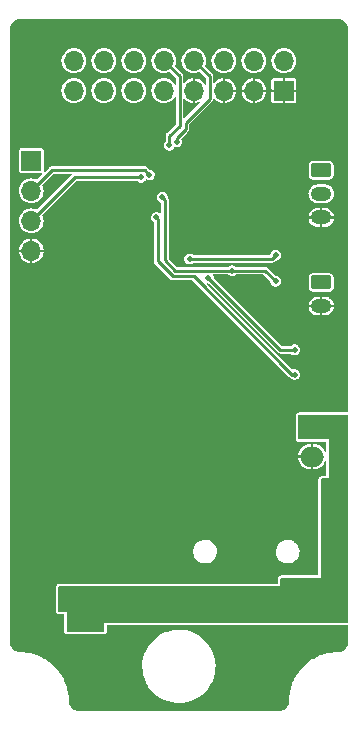
<source format=gbl>
%TF.GenerationSoftware,KiCad,Pcbnew,(6.0.9)*%
%TF.CreationDate,2022-12-02T21:40:22+00:00*%
%TF.ProjectId,PowerManagement,506f7765-724d-4616-9e61-67656d656e74,rev?*%
%TF.SameCoordinates,Original*%
%TF.FileFunction,Copper,L2,Bot*%
%TF.FilePolarity,Positive*%
%FSLAX46Y46*%
G04 Gerber Fmt 4.6, Leading zero omitted, Abs format (unit mm)*
G04 Created by KiCad (PCBNEW (6.0.9)) date 2022-12-02 21:40:22*
%MOMM*%
%LPD*%
G01*
G04 APERTURE LIST*
G04 Aperture macros list*
%AMRoundRect*
0 Rectangle with rounded corners*
0 $1 Rounding radius*
0 $2 $3 $4 $5 $6 $7 $8 $9 X,Y pos of 4 corners*
0 Add a 4 corners polygon primitive as box body*
4,1,4,$2,$3,$4,$5,$6,$7,$8,$9,$2,$3,0*
0 Add four circle primitives for the rounded corners*
1,1,$1+$1,$2,$3*
1,1,$1+$1,$4,$5*
1,1,$1+$1,$6,$7*
1,1,$1+$1,$8,$9*
0 Add four rect primitives between the rounded corners*
20,1,$1+$1,$2,$3,$4,$5,0*
20,1,$1+$1,$4,$5,$6,$7,0*
20,1,$1+$1,$6,$7,$8,$9,0*
20,1,$1+$1,$8,$9,$2,$3,0*%
G04 Aperture macros list end*
%TA.AperFunction,ComponentPad*%
%ADD10R,1.700000X1.700000*%
%TD*%
%TA.AperFunction,ComponentPad*%
%ADD11O,1.700000X1.700000*%
%TD*%
%TA.AperFunction,ComponentPad*%
%ADD12RoundRect,0.250000X-0.625000X0.350000X-0.625000X-0.350000X0.625000X-0.350000X0.625000X0.350000X0*%
%TD*%
%TA.AperFunction,ComponentPad*%
%ADD13O,1.750000X1.200000*%
%TD*%
%TA.AperFunction,ComponentPad*%
%ADD14RoundRect,0.250000X-0.750000X0.600000X-0.750000X-0.600000X0.750000X-0.600000X0.750000X0.600000X0*%
%TD*%
%TA.AperFunction,ComponentPad*%
%ADD15O,2.000000X1.700000*%
%TD*%
%TA.AperFunction,ViaPad*%
%ADD16C,0.500000*%
%TD*%
%TA.AperFunction,Conductor*%
%ADD17C,0.250000*%
%TD*%
G04 APERTURE END LIST*
D10*
%TO.P,J1,1,Pin_1*%
%TO.N,VBUS*%
X22500000Y-32700000D03*
D11*
%TO.P,J1,2,Pin_2*%
%TO.N,USB-DM*%
X22500000Y-35240000D03*
%TO.P,J1,3,Pin_3*%
%TO.N,USB-DP*%
X22500000Y-37780000D03*
%TO.P,J1,4,Pin_4*%
%TO.N,GND*%
X22500000Y-40320000D03*
%TD*%
D12*
%TO.P,J5,1,Pin_1*%
%TO.N,+BATT*%
X47050000Y-33500000D03*
D13*
%TO.P,J5,2,Pin_2*%
%TO.N,Net-(J5-Pad2)*%
X47050000Y-35500000D03*
%TO.P,J5,3,Pin_3*%
%TO.N,GND*%
X47050000Y-37500000D03*
%TD*%
D14*
%TO.P,J4,1,Pin_1*%
%TO.N,+5V*%
X46275000Y-55250000D03*
D15*
%TO.P,J4,2,Pin_2*%
%TO.N,GND*%
X46275000Y-57750000D03*
%TD*%
D12*
%TO.P,J6,1,Pin_1*%
%TO.N,Net-(J6-Pad1)*%
X47050000Y-43000000D03*
D13*
%TO.P,J6,2,Pin_2*%
%TO.N,GND*%
X47050000Y-45000000D03*
%TD*%
D10*
%TO.P,J3,1,Pin_1*%
%TO.N,GND*%
X43890000Y-26770000D03*
D11*
%TO.P,J3,2,Pin_2*%
%TO.N,unconnected-(J3-Pad2)*%
X43890000Y-24230000D03*
%TO.P,J3,3,Pin_3*%
%TO.N,GND*%
X41350000Y-26770000D03*
%TO.P,J3,4,Pin_4*%
%TO.N,unconnected-(J3-Pad4)*%
X41350000Y-24230000D03*
%TO.P,J3,5,Pin_5*%
%TO.N,GND*%
X38810000Y-26770000D03*
%TO.P,J3,6,Pin_6*%
%TO.N,unconnected-(J3-Pad6)*%
X38810000Y-24230000D03*
%TO.P,J3,7,Pin_7*%
%TO.N,GND*%
X36270000Y-26770000D03*
%TO.P,J3,8,Pin_8*%
%TO.N,SCL*%
X36270000Y-24230000D03*
%TO.P,J3,9,Pin_9*%
%TO.N,unconnected-(J3-Pad9)*%
X33730000Y-26770000D03*
%TO.P,J3,10,Pin_10*%
%TO.N,SDA*%
X33730000Y-24230000D03*
%TO.P,J3,11,Pin_11*%
%TO.N,unconnected-(J3-Pad11)*%
X31190000Y-26770000D03*
%TO.P,J3,12,Pin_12*%
%TO.N,unconnected-(J3-Pad12)*%
X31190000Y-24230000D03*
%TO.P,J3,13,Pin_13*%
%TO.N,unconnected-(J3-Pad13)*%
X28650000Y-26770000D03*
%TO.P,J3,14,Pin_14*%
%TO.N,unconnected-(J3-Pad14)*%
X28650000Y-24230000D03*
%TO.P,J3,15,Pin_15*%
%TO.N,unconnected-(J3-Pad15)*%
X26110000Y-26770000D03*
%TO.P,J3,16,Pin_16*%
%TO.N,unconnected-(J3-Pad16)*%
X26110000Y-24230000D03*
%TD*%
D16*
%TO.N,VREF*%
X44800000Y-48700000D03*
X37500000Y-42600000D03*
%TO.N,Net-(D1-Pad1)*%
X33100000Y-37500000D03*
X44800000Y-50800000D03*
%TO.N,+5V*%
X48200000Y-60100000D03*
X38900000Y-69200000D03*
X48900000Y-70600000D03*
X33100000Y-71300000D03*
X38900000Y-71300000D03*
X48200000Y-62200000D03*
X48900000Y-62200000D03*
X48200000Y-71300000D03*
X47500000Y-62200000D03*
X40300000Y-69200000D03*
X39600000Y-69900000D03*
X40300000Y-71300000D03*
X38900000Y-70600000D03*
X39600000Y-71300000D03*
X48900000Y-69900000D03*
X28500000Y-70400000D03*
X48900000Y-60800000D03*
X48900000Y-60100000D03*
X39600000Y-70600000D03*
X40300000Y-69900000D03*
X47500000Y-69900000D03*
X33800000Y-71300000D03*
X48200000Y-69900000D03*
X32400000Y-71300000D03*
X48900000Y-71300000D03*
X27900000Y-70400000D03*
X48200000Y-70600000D03*
X27900000Y-69800000D03*
X32400000Y-69200000D03*
X48200000Y-60800000D03*
X47500000Y-60100000D03*
X32400000Y-70600000D03*
X47500000Y-61500000D03*
X39600000Y-69200000D03*
X27900000Y-71000000D03*
X28500000Y-71000000D03*
X48200000Y-69200000D03*
X47500000Y-60800000D03*
X32400000Y-69900000D03*
X48900000Y-61500000D03*
X48200000Y-61500000D03*
X47500000Y-71300000D03*
X33800000Y-69900000D03*
X33100000Y-69900000D03*
X48900000Y-69200000D03*
X38900000Y-69900000D03*
X33100000Y-70600000D03*
X47500000Y-69200000D03*
X28500000Y-69800000D03*
X33100000Y-69200000D03*
X47500000Y-70600000D03*
X28500000Y-69200000D03*
X33800000Y-69200000D03*
X40300000Y-70600000D03*
X33800000Y-70600000D03*
X27900000Y-69200000D03*
%TO.N,USB-DM*%
X32500000Y-33900000D03*
%TO.N,USB-DP*%
X31800000Y-34100000D03*
%TO.N,Net-(J6-Pad1)*%
X33600000Y-35800000D03*
X39500000Y-42000000D03*
X43200000Y-42900000D03*
%TO.N,SCL*%
X34800000Y-31100000D03*
%TO.N,SDA*%
X34200000Y-31400000D03*
%TO.N,Net-(J5-Pad2)*%
X43200000Y-40700000D03*
X35900000Y-41000000D03*
%TO.N,GND*%
X30200000Y-38200000D03*
X43000000Y-78000000D03*
X28000000Y-77000000D03*
X42000000Y-75000000D03*
X41000000Y-75000000D03*
X28000000Y-78000000D03*
X31400000Y-38200000D03*
X43000000Y-76000000D03*
X42000000Y-78000000D03*
X30000000Y-76000000D03*
X28400000Y-40200000D03*
X28000000Y-76000000D03*
X28000000Y-75000000D03*
X27000000Y-76000000D03*
X39500000Y-40400000D03*
X29000000Y-76000000D03*
X30200000Y-38800000D03*
X30800000Y-37600000D03*
X27000000Y-77000000D03*
X37600000Y-39100000D03*
X30800000Y-38200000D03*
X29600000Y-39600000D03*
X43000000Y-77000000D03*
X40000000Y-77000000D03*
X40000000Y-78000000D03*
X41000000Y-76000000D03*
X29000000Y-78000000D03*
X42000000Y-76000000D03*
X40000000Y-75000000D03*
X30000000Y-78000000D03*
X36900000Y-39100000D03*
X29000000Y-40200000D03*
X38300000Y-40400000D03*
X30800000Y-38800000D03*
X29000000Y-77000000D03*
X30200000Y-40200000D03*
X30200000Y-39600000D03*
X41000000Y-78000000D03*
X27000000Y-78000000D03*
X40000000Y-76000000D03*
X38900000Y-40400000D03*
X31400000Y-38800000D03*
X43000000Y-75000000D03*
X41000000Y-77000000D03*
X36300000Y-39100000D03*
X42000000Y-77000000D03*
X27000000Y-75000000D03*
X28400000Y-39600000D03*
X29600000Y-40200000D03*
X30000000Y-77000000D03*
X30000000Y-75000000D03*
X29000000Y-39600000D03*
X29000000Y-75000000D03*
%TD*%
D17*
%TO.N,VREF*%
X43600000Y-48700000D02*
X37500000Y-42600000D01*
X44800000Y-48700000D02*
X43600000Y-48700000D01*
%TO.N,Net-(D1-Pad1)*%
X36300000Y-42500000D02*
X44600000Y-50800000D01*
X33100000Y-37500000D02*
X33200000Y-37600000D01*
X33200000Y-37600000D02*
X33200000Y-41200000D01*
X44600000Y-50800000D02*
X44800000Y-50800000D01*
X34500000Y-42500000D02*
X36300000Y-42500000D01*
X33200000Y-41200000D02*
X34500000Y-42500000D01*
%TO.N,USB-DM*%
X32500000Y-33900000D02*
X32100000Y-33500000D01*
X24240000Y-33500000D02*
X22500000Y-35240000D01*
X32100000Y-33500000D02*
X24240000Y-33500000D01*
%TO.N,USB-DP*%
X26180000Y-34100000D02*
X31800000Y-34100000D01*
X22500000Y-37780000D02*
X26180000Y-34100000D01*
%TO.N,Net-(J6-Pad1)*%
X33600000Y-35800000D02*
X33800000Y-36000000D01*
X33800000Y-36000000D02*
X33800000Y-41100000D01*
X39500000Y-42000000D02*
X42300000Y-42000000D01*
X34700000Y-42000000D02*
X39500000Y-42000000D01*
X34700000Y-42000000D02*
X33800000Y-41100000D01*
X42300000Y-42000000D02*
X43200000Y-42900000D01*
%TO.N,SCL*%
X35560000Y-29972000D02*
X35560000Y-29464000D01*
X37592000Y-27432000D02*
X37592000Y-25552000D01*
X35560000Y-29464000D02*
X37592000Y-27432000D01*
X37592000Y-25552000D02*
X36270000Y-24230000D01*
X34800000Y-31100000D02*
X34800000Y-30800000D01*
X34800000Y-30800000D02*
X35560000Y-29972000D01*
%TO.N,SDA*%
X34200000Y-30600000D02*
X35052000Y-29718000D01*
X35052000Y-29718000D02*
X35052000Y-25552000D01*
X34200000Y-31400000D02*
X34200000Y-30600000D01*
X35052000Y-25552000D02*
X33730000Y-24230000D01*
%TO.N,Net-(J5-Pad2)*%
X35900000Y-41000000D02*
X42900000Y-41000000D01*
X42900000Y-41000000D02*
X43200000Y-40700000D01*
%TD*%
%TA.AperFunction,Conductor*%
%TO.N,GND*%
G36*
X48482638Y-20701746D02*
G01*
X48494265Y-20704420D01*
X48494266Y-20704420D01*
X48499641Y-20705656D01*
X48505024Y-20704438D01*
X48507898Y-20703788D01*
X48523514Y-20702816D01*
X48651172Y-20715389D01*
X48660593Y-20717263D01*
X48801336Y-20759957D01*
X48810210Y-20763633D01*
X48939921Y-20832965D01*
X48947908Y-20838301D01*
X49061601Y-20931606D01*
X49068394Y-20938399D01*
X49161699Y-21052092D01*
X49167035Y-21060079D01*
X49236367Y-21189790D01*
X49240043Y-21198664D01*
X49282737Y-21339407D01*
X49284611Y-21348828D01*
X49297144Y-21476075D01*
X49296133Y-21491860D01*
X49294344Y-21499641D01*
X49298292Y-21517087D01*
X49299500Y-21527902D01*
X49299500Y-53952808D01*
X49285148Y-53987456D01*
X49250500Y-54001808D01*
X49242839Y-54001205D01*
X49200500Y-53994500D01*
X45199000Y-53994500D01*
X45166856Y-53997030D01*
X45136263Y-54001875D01*
X45047617Y-54038592D01*
X45045279Y-54040291D01*
X44998997Y-54073916D01*
X44998988Y-54073923D01*
X44998117Y-54074556D01*
X44970372Y-54098797D01*
X44923464Y-54177307D01*
X44904557Y-54235498D01*
X44894500Y-54299000D01*
X44894500Y-56201000D01*
X44897030Y-56233144D01*
X44901875Y-56263737D01*
X44938592Y-56352383D01*
X44940291Y-56354721D01*
X44973916Y-56401003D01*
X44973923Y-56401012D01*
X44974556Y-56401883D01*
X44998797Y-56429628D01*
X45077307Y-56476536D01*
X45079922Y-56477386D01*
X45079925Y-56477387D01*
X45107501Y-56486346D01*
X45135498Y-56495443D01*
X45199000Y-56505500D01*
X47445500Y-56505500D01*
X47480148Y-56519852D01*
X47494500Y-56554500D01*
X47494500Y-57329806D01*
X47480148Y-57364454D01*
X47445500Y-57378806D01*
X47410852Y-57364454D01*
X47402076Y-57352507D01*
X47308965Y-57174402D01*
X47306354Y-57170410D01*
X47180327Y-57013664D01*
X47176992Y-57010259D01*
X47022922Y-56880979D01*
X47018985Y-56878283D01*
X46842737Y-56781390D01*
X46838359Y-56779514D01*
X46646645Y-56718699D01*
X46641990Y-56717709D01*
X46485470Y-56700152D01*
X46482740Y-56700000D01*
X46384747Y-56700000D01*
X46377855Y-56702855D01*
X46375000Y-56709747D01*
X46375000Y-58790253D01*
X46377855Y-58797145D01*
X46384747Y-58800000D01*
X46475631Y-58800000D01*
X46478005Y-58799884D01*
X46627552Y-58785221D01*
X46632221Y-58784296D01*
X46824767Y-58726163D01*
X46829179Y-58724344D01*
X47006755Y-58629925D01*
X47010732Y-58627283D01*
X47166586Y-58500172D01*
X47169974Y-58496808D01*
X47298175Y-58341840D01*
X47300842Y-58337886D01*
X47396501Y-58160966D01*
X47398350Y-58156569D01*
X47398692Y-58155464D01*
X47398940Y-58155165D01*
X47399279Y-58154359D01*
X47399524Y-58154462D01*
X47422648Y-58126610D01*
X47459991Y-58123147D01*
X47488845Y-58147103D01*
X47494500Y-58169955D01*
X47494500Y-59345500D01*
X47480148Y-59380148D01*
X47445500Y-59394500D01*
X47099000Y-59394500D01*
X47066856Y-59397030D01*
X47036263Y-59401875D01*
X46947617Y-59438592D01*
X46945279Y-59440291D01*
X46898997Y-59473916D01*
X46898988Y-59473923D01*
X46898117Y-59474556D01*
X46870372Y-59498797D01*
X46823464Y-59577307D01*
X46804557Y-59635498D01*
X46794500Y-59699000D01*
X46794500Y-67745500D01*
X46780148Y-67780148D01*
X46745500Y-67794500D01*
X43699000Y-67794500D01*
X43666856Y-67797030D01*
X43636263Y-67801875D01*
X43547617Y-67838592D01*
X43545279Y-67840291D01*
X43498997Y-67873916D01*
X43498988Y-67873923D01*
X43498117Y-67874556D01*
X43470372Y-67898797D01*
X43423464Y-67977307D01*
X43404557Y-68035498D01*
X43394500Y-68099000D01*
X43394500Y-68445500D01*
X43380148Y-68480148D01*
X43345500Y-68494500D01*
X24899000Y-68494500D01*
X24866856Y-68497030D01*
X24836263Y-68501875D01*
X24747617Y-68538592D01*
X24745279Y-68540291D01*
X24698997Y-68573916D01*
X24698988Y-68573923D01*
X24698117Y-68574556D01*
X24670372Y-68598797D01*
X24623464Y-68677307D01*
X24604557Y-68735498D01*
X24594500Y-68799000D01*
X24594500Y-70801000D01*
X24597030Y-70833144D01*
X24601875Y-70863737D01*
X24638592Y-70952383D01*
X24640291Y-70954721D01*
X24673916Y-71001003D01*
X24673923Y-71001012D01*
X24674556Y-71001883D01*
X24698797Y-71029628D01*
X24777307Y-71076536D01*
X24779922Y-71077386D01*
X24779925Y-71077387D01*
X24807501Y-71086346D01*
X24835498Y-71095443D01*
X24899000Y-71105500D01*
X25245500Y-71105500D01*
X25280148Y-71119852D01*
X25294500Y-71154500D01*
X25294500Y-72501000D01*
X25297030Y-72533144D01*
X25301875Y-72563737D01*
X25338592Y-72652383D01*
X25340291Y-72654721D01*
X25373916Y-72701003D01*
X25373923Y-72701012D01*
X25374556Y-72701883D01*
X25398797Y-72729628D01*
X25477307Y-72776536D01*
X25479922Y-72777386D01*
X25479925Y-72777387D01*
X25507501Y-72786346D01*
X25535498Y-72795443D01*
X25599000Y-72805500D01*
X28601000Y-72805500D01*
X28633144Y-72802970D01*
X28663737Y-72798125D01*
X28752383Y-72761408D01*
X28770677Y-72748117D01*
X28801003Y-72726084D01*
X28801012Y-72726077D01*
X28801883Y-72725444D01*
X28829628Y-72701203D01*
X28876536Y-72622693D01*
X28895443Y-72564502D01*
X28905500Y-72501000D01*
X28905500Y-72054500D01*
X28919852Y-72019852D01*
X28954500Y-72005500D01*
X49200500Y-72005500D01*
X49232644Y-72002970D01*
X49242835Y-72001356D01*
X49279302Y-72010111D01*
X49298897Y-72042088D01*
X49299500Y-72049753D01*
X49299500Y-73471657D01*
X49298254Y-73482637D01*
X49294344Y-73499641D01*
X49295562Y-73505024D01*
X49296212Y-73507898D01*
X49297184Y-73523514D01*
X49284611Y-73651172D01*
X49282737Y-73660593D01*
X49240043Y-73801336D01*
X49236367Y-73810210D01*
X49167035Y-73939921D01*
X49161699Y-73947908D01*
X49068394Y-74061601D01*
X49061601Y-74068394D01*
X48947908Y-74161699D01*
X48939921Y-74167035D01*
X48810210Y-74236367D01*
X48801336Y-74240043D01*
X48730965Y-74261390D01*
X48660592Y-74282737D01*
X48651174Y-74284611D01*
X48631605Y-74286538D01*
X48524129Y-74297123D01*
X48508264Y-74296094D01*
X48503437Y-74294975D01*
X48503435Y-74294975D01*
X48500718Y-74294345D01*
X48500361Y-74294345D01*
X48500359Y-74294344D01*
X48500000Y-74294344D01*
X48497320Y-74294955D01*
X48496196Y-74295082D01*
X48492983Y-74295337D01*
X48112013Y-74312951D01*
X47883434Y-74344836D01*
X47728459Y-74366454D01*
X47728452Y-74366455D01*
X47727336Y-74366611D01*
X47726237Y-74366870D01*
X47726229Y-74366871D01*
X47526973Y-74413736D01*
X47349251Y-74455536D01*
X47348185Y-74455893D01*
X47348179Y-74455895D01*
X46982059Y-74578605D01*
X46982052Y-74578608D01*
X46980983Y-74578966D01*
X46979947Y-74579424D01*
X46979943Y-74579425D01*
X46664299Y-74718796D01*
X46625676Y-74735850D01*
X46624676Y-74736407D01*
X46410519Y-74855692D01*
X46286360Y-74924848D01*
X45965929Y-75144348D01*
X45667119Y-75392477D01*
X45392477Y-75667119D01*
X45144348Y-75965929D01*
X44924848Y-76286360D01*
X44924300Y-76287343D01*
X44924298Y-76287347D01*
X44738676Y-76620602D01*
X44735850Y-76625676D01*
X44735389Y-76626720D01*
X44610354Y-76909897D01*
X44578966Y-76980983D01*
X44578608Y-76982052D01*
X44578605Y-76982059D01*
X44455895Y-77348179D01*
X44455536Y-77349251D01*
X44366611Y-77727336D01*
X44312951Y-78112013D01*
X44295202Y-78495909D01*
X44294344Y-78499641D01*
X44295562Y-78505023D01*
X44296212Y-78507898D01*
X44297184Y-78523514D01*
X44284611Y-78651172D01*
X44282737Y-78660593D01*
X44240043Y-78801336D01*
X44236367Y-78810210D01*
X44167035Y-78939921D01*
X44161699Y-78947908D01*
X44068394Y-79061601D01*
X44061601Y-79068394D01*
X43947908Y-79161699D01*
X43939921Y-79167035D01*
X43810210Y-79236367D01*
X43801336Y-79240043D01*
X43660593Y-79282737D01*
X43651172Y-79284611D01*
X43523922Y-79297144D01*
X43508140Y-79296133D01*
X43506580Y-79295774D01*
X43505735Y-79295580D01*
X43505734Y-79295580D01*
X43500359Y-79294344D01*
X43482910Y-79298292D01*
X43472098Y-79299500D01*
X26528343Y-79299500D01*
X26517362Y-79298254D01*
X26505735Y-79295580D01*
X26505734Y-79295580D01*
X26500359Y-79294344D01*
X26494976Y-79295562D01*
X26492102Y-79296212D01*
X26476486Y-79297184D01*
X26348828Y-79284611D01*
X26339407Y-79282737D01*
X26198664Y-79240043D01*
X26189790Y-79236367D01*
X26060079Y-79167035D01*
X26052092Y-79161699D01*
X25938399Y-79068394D01*
X25931606Y-79061601D01*
X25838301Y-78947908D01*
X25832965Y-78939921D01*
X25763633Y-78810210D01*
X25759957Y-78801336D01*
X25717263Y-78660593D01*
X25715389Y-78651172D01*
X25702877Y-78524132D01*
X25703906Y-78508267D01*
X25705028Y-78503425D01*
X25705028Y-78503421D01*
X25705655Y-78500718D01*
X25705656Y-78500000D01*
X25705041Y-78497304D01*
X25704915Y-78496178D01*
X25704663Y-78492992D01*
X25695305Y-78290582D01*
X25687049Y-78112013D01*
X25633389Y-77727336D01*
X25544464Y-77349251D01*
X25544105Y-77348179D01*
X25421395Y-76982059D01*
X25421392Y-76982052D01*
X25421034Y-76980983D01*
X25389647Y-76909897D01*
X25264611Y-76626720D01*
X25264150Y-76625676D01*
X25261324Y-76620602D01*
X25075702Y-76287347D01*
X25075700Y-76287343D01*
X25075152Y-76286360D01*
X24855652Y-75965929D01*
X24607523Y-75667119D01*
X24494604Y-75554200D01*
X31894908Y-75554200D01*
X31921004Y-75905358D01*
X31921263Y-75906720D01*
X31921263Y-75906723D01*
X31986424Y-76249935D01*
X31986684Y-76251304D01*
X32091104Y-76587592D01*
X32232921Y-76909897D01*
X32233618Y-76911093D01*
X32233620Y-76911096D01*
X32409615Y-77212880D01*
X32409619Y-77212886D01*
X32410313Y-77214076D01*
X32620999Y-77496219D01*
X32621951Y-77497231D01*
X32621956Y-77497237D01*
X32741634Y-77624458D01*
X32862270Y-77752697D01*
X33131024Y-77980214D01*
X33423807Y-78175845D01*
X33425042Y-78176481D01*
X33735617Y-78336439D01*
X33735625Y-78336443D01*
X33736853Y-78337075D01*
X34066139Y-78461830D01*
X34407430Y-78548507D01*
X34756340Y-78595992D01*
X34779812Y-78596914D01*
X34870614Y-78600482D01*
X34870631Y-78600482D01*
X34871081Y-78600500D01*
X35089198Y-78600500D01*
X35089880Y-78600461D01*
X35089890Y-78600461D01*
X35284062Y-78589435D01*
X35351560Y-78585602D01*
X35352928Y-78585367D01*
X35352936Y-78585366D01*
X35635986Y-78536729D01*
X35698600Y-78525970D01*
X35699934Y-78525581D01*
X35699939Y-78525580D01*
X36035322Y-78427824D01*
X36035327Y-78427822D01*
X36036659Y-78427434D01*
X36199024Y-78359349D01*
X36360110Y-78291800D01*
X36360114Y-78291798D01*
X36361390Y-78291263D01*
X36668619Y-78119207D01*
X36954395Y-77913477D01*
X37215046Y-77676719D01*
X37447219Y-77411977D01*
X37583735Y-77215189D01*
X37647141Y-77123790D01*
X37647147Y-77123781D01*
X37647929Y-77122653D01*
X37814598Y-76812468D01*
X37855907Y-76708928D01*
X37944567Y-76486699D01*
X37944568Y-76486695D01*
X37945081Y-76485410D01*
X38008543Y-76252633D01*
X38037336Y-76147023D01*
X38037337Y-76147018D01*
X38037701Y-76145683D01*
X38074691Y-75905358D01*
X38091057Y-75799029D01*
X38091058Y-75799021D01*
X38091268Y-75797655D01*
X38096429Y-75666312D01*
X38105037Y-75447201D01*
X38105037Y-75447200D01*
X38105092Y-75445800D01*
X38078996Y-75094642D01*
X38033115Y-74852977D01*
X38013576Y-74750065D01*
X38013576Y-74750064D01*
X38013316Y-74748696D01*
X37908896Y-74412408D01*
X37767079Y-74090103D01*
X37741768Y-74046701D01*
X37590385Y-73787120D01*
X37590381Y-73787114D01*
X37589687Y-73785924D01*
X37516848Y-73688380D01*
X37379838Y-73504902D01*
X37379001Y-73503781D01*
X37378049Y-73502769D01*
X37378044Y-73502763D01*
X37209203Y-73323281D01*
X37137730Y-73247303D01*
X36868976Y-73019786D01*
X36576193Y-72824155D01*
X36534765Y-72802818D01*
X36264383Y-72663561D01*
X36264375Y-72663557D01*
X36263147Y-72662925D01*
X35933861Y-72538170D01*
X35592570Y-72451493D01*
X35243660Y-72404008D01*
X35220188Y-72403086D01*
X35129386Y-72399518D01*
X35129369Y-72399518D01*
X35128919Y-72399500D01*
X34910802Y-72399500D01*
X34910120Y-72399539D01*
X34910110Y-72399539D01*
X34715938Y-72410565D01*
X34648440Y-72414398D01*
X34647072Y-72414633D01*
X34647064Y-72414634D01*
X34432558Y-72451493D01*
X34301400Y-72474030D01*
X34300066Y-72474419D01*
X34300061Y-72474420D01*
X33964678Y-72572176D01*
X33964673Y-72572178D01*
X33963341Y-72572566D01*
X33850045Y-72620075D01*
X33639890Y-72708200D01*
X33639886Y-72708202D01*
X33638610Y-72708737D01*
X33331381Y-72880793D01*
X33045605Y-73086523D01*
X32784954Y-73323281D01*
X32552781Y-73588023D01*
X32551995Y-73589156D01*
X32352859Y-73876210D01*
X32352853Y-73876219D01*
X32352071Y-73877347D01*
X32185402Y-74187532D01*
X32184891Y-74188812D01*
X32184889Y-74188817D01*
X32078583Y-74455276D01*
X32054919Y-74514590D01*
X32054555Y-74515926D01*
X31984331Y-74773506D01*
X31962299Y-74854317D01*
X31962088Y-74855686D01*
X31962087Y-74855692D01*
X31917659Y-75144348D01*
X31908732Y-75202345D01*
X31894908Y-75554200D01*
X24494604Y-75554200D01*
X24332881Y-75392477D01*
X24034071Y-75144348D01*
X23713640Y-74924848D01*
X23589482Y-74855692D01*
X23375324Y-74736407D01*
X23374324Y-74735850D01*
X23335701Y-74718796D01*
X23020057Y-74579425D01*
X23020053Y-74579424D01*
X23019017Y-74578966D01*
X23017948Y-74578608D01*
X23017941Y-74578605D01*
X22651821Y-74455895D01*
X22651815Y-74455893D01*
X22650749Y-74455536D01*
X22473027Y-74413736D01*
X22273771Y-74366871D01*
X22273763Y-74366870D01*
X22272664Y-74366611D01*
X22271548Y-74366455D01*
X22271541Y-74366454D01*
X22116566Y-74344836D01*
X21887987Y-74312951D01*
X21507955Y-74295381D01*
X21504660Y-74295116D01*
X21503442Y-74294977D01*
X21500718Y-74294345D01*
X21500361Y-74294345D01*
X21500359Y-74294344D01*
X21500000Y-74294344D01*
X21491981Y-74296173D01*
X21476283Y-74297164D01*
X21348828Y-74284611D01*
X21339407Y-74282737D01*
X21198664Y-74240043D01*
X21189790Y-74236367D01*
X21060079Y-74167035D01*
X21052092Y-74161699D01*
X20938399Y-74068394D01*
X20931606Y-74061601D01*
X20838301Y-73947908D01*
X20832965Y-73939921D01*
X20763633Y-73810210D01*
X20759957Y-73801336D01*
X20717263Y-73660593D01*
X20715389Y-73651172D01*
X20702877Y-73524132D01*
X20703906Y-73508267D01*
X20705028Y-73503425D01*
X20705028Y-73503421D01*
X20705655Y-73500718D01*
X20705656Y-73500000D01*
X20701727Y-73482776D01*
X20700500Y-73471878D01*
X20700500Y-65845126D01*
X36209541Y-65845126D01*
X36239935Y-66046097D01*
X36310119Y-66236852D01*
X36311426Y-66238960D01*
X36311428Y-66238964D01*
X36368419Y-66330881D01*
X36417226Y-66409599D01*
X36556881Y-66557280D01*
X36558916Y-66558705D01*
X36721343Y-66672438D01*
X36721347Y-66672440D01*
X36723379Y-66673863D01*
X36909919Y-66754586D01*
X36912343Y-66755092D01*
X36912348Y-66755094D01*
X37021035Y-66777799D01*
X37108880Y-66796151D01*
X37115539Y-66796500D01*
X37264800Y-66796500D01*
X37266029Y-66796375D01*
X37266032Y-66796375D01*
X37313487Y-66791555D01*
X37416216Y-66781120D01*
X37610172Y-66720338D01*
X37787944Y-66621797D01*
X37942271Y-66489523D01*
X38066848Y-66328919D01*
X38156587Y-66146545D01*
X38207822Y-65949852D01*
X38213310Y-65845126D01*
X43209541Y-65845126D01*
X43239935Y-66046097D01*
X43310119Y-66236852D01*
X43311426Y-66238960D01*
X43311428Y-66238964D01*
X43368419Y-66330881D01*
X43417226Y-66409599D01*
X43556881Y-66557280D01*
X43558916Y-66558705D01*
X43721343Y-66672438D01*
X43721347Y-66672440D01*
X43723379Y-66673863D01*
X43909919Y-66754586D01*
X43912343Y-66755092D01*
X43912348Y-66755094D01*
X44021035Y-66777799D01*
X44108880Y-66796151D01*
X44115539Y-66796500D01*
X44264800Y-66796500D01*
X44266029Y-66796375D01*
X44266032Y-66796375D01*
X44313487Y-66791555D01*
X44416216Y-66781120D01*
X44610172Y-66720338D01*
X44787944Y-66621797D01*
X44942271Y-66489523D01*
X45066848Y-66328919D01*
X45156587Y-66146545D01*
X45207822Y-65949852D01*
X45218459Y-65746874D01*
X45188065Y-65545903D01*
X45117881Y-65355148D01*
X45060798Y-65263081D01*
X45012078Y-65184504D01*
X45012078Y-65184503D01*
X45010774Y-65182401D01*
X44871119Y-65034720D01*
X44781286Y-64971818D01*
X44706657Y-64919562D01*
X44706653Y-64919560D01*
X44704621Y-64918137D01*
X44518081Y-64837414D01*
X44515657Y-64836908D01*
X44515652Y-64836906D01*
X44394626Y-64811623D01*
X44319120Y-64795849D01*
X44312461Y-64795500D01*
X44163200Y-64795500D01*
X44161971Y-64795625D01*
X44161968Y-64795625D01*
X44114513Y-64800445D01*
X44011784Y-64810880D01*
X43817828Y-64871662D01*
X43640056Y-64970203D01*
X43485729Y-65102477D01*
X43361152Y-65263081D01*
X43271413Y-65445455D01*
X43220178Y-65642148D01*
X43209541Y-65845126D01*
X38213310Y-65845126D01*
X38218459Y-65746874D01*
X38188065Y-65545903D01*
X38117881Y-65355148D01*
X38060798Y-65263081D01*
X38012078Y-65184504D01*
X38012078Y-65184503D01*
X38010774Y-65182401D01*
X37871119Y-65034720D01*
X37781286Y-64971818D01*
X37706657Y-64919562D01*
X37706653Y-64919560D01*
X37704621Y-64918137D01*
X37518081Y-64837414D01*
X37515657Y-64836908D01*
X37515652Y-64836906D01*
X37394626Y-64811623D01*
X37319120Y-64795849D01*
X37312461Y-64795500D01*
X37163200Y-64795500D01*
X37161971Y-64795625D01*
X37161968Y-64795625D01*
X37114513Y-64800445D01*
X37011784Y-64810880D01*
X36817828Y-64871662D01*
X36640056Y-64970203D01*
X36485729Y-65102477D01*
X36361152Y-65263081D01*
X36271413Y-65445455D01*
X36220178Y-65642148D01*
X36209541Y-65845126D01*
X20700500Y-65845126D01*
X20700500Y-57857992D01*
X45080443Y-57857992D01*
X45088390Y-57945312D01*
X45089285Y-57950004D01*
X45146069Y-58142941D01*
X45147856Y-58147363D01*
X45241035Y-58325598D01*
X45243646Y-58329590D01*
X45369673Y-58486336D01*
X45373008Y-58489741D01*
X45527078Y-58619021D01*
X45531015Y-58621717D01*
X45707263Y-58718610D01*
X45711641Y-58720486D01*
X45903355Y-58781301D01*
X45908010Y-58782291D01*
X46064530Y-58799848D01*
X46067260Y-58800000D01*
X46165253Y-58800000D01*
X46172145Y-58797145D01*
X46175000Y-58790253D01*
X46175000Y-57859747D01*
X46172145Y-57852855D01*
X46165253Y-57850000D01*
X45089463Y-57850000D01*
X45082571Y-57852855D01*
X45080443Y-57857992D01*
X20700500Y-57857992D01*
X20700500Y-57640308D01*
X45080700Y-57640308D01*
X45082818Y-57647459D01*
X45087497Y-57650000D01*
X46165253Y-57650000D01*
X46172145Y-57647145D01*
X46175000Y-57640253D01*
X46175000Y-56709747D01*
X46172145Y-56702855D01*
X46165253Y-56700000D01*
X46074369Y-56700000D01*
X46071995Y-56700116D01*
X45922448Y-56714779D01*
X45917779Y-56715704D01*
X45725233Y-56773837D01*
X45720821Y-56775656D01*
X45543245Y-56870075D01*
X45539268Y-56872717D01*
X45383414Y-56999828D01*
X45380026Y-57003192D01*
X45251825Y-57158160D01*
X45249158Y-57162114D01*
X45153499Y-57339034D01*
X45151653Y-57343425D01*
X45092176Y-57535563D01*
X45091219Y-57540225D01*
X45080700Y-57640308D01*
X20700500Y-57640308D01*
X20700500Y-40428104D01*
X21455337Y-40428104D01*
X21462052Y-40508076D01*
X21462912Y-40512763D01*
X21518350Y-40706100D01*
X21520105Y-40710532D01*
X21612038Y-40889414D01*
X21614622Y-40893424D01*
X21739548Y-41051041D01*
X21742865Y-41054476D01*
X21896026Y-41184826D01*
X21899943Y-41187548D01*
X22075506Y-41285667D01*
X22079877Y-41287577D01*
X22271155Y-41349727D01*
X22275822Y-41350752D01*
X22390321Y-41364406D01*
X22397502Y-41362387D01*
X22400000Y-41357937D01*
X22400000Y-41355708D01*
X22600000Y-41355708D01*
X22602430Y-41361574D01*
X22610696Y-41364632D01*
X22680828Y-41359235D01*
X22685518Y-41358408D01*
X22879240Y-41304320D01*
X22883676Y-41302600D01*
X23063201Y-41211915D01*
X23067234Y-41209355D01*
X23225716Y-41085535D01*
X23229166Y-41082250D01*
X23360592Y-40929993D01*
X23363337Y-40926101D01*
X23462679Y-40751226D01*
X23464621Y-40746865D01*
X23528106Y-40556024D01*
X23529162Y-40551378D01*
X23544538Y-40429668D01*
X23542570Y-40422475D01*
X23538230Y-40420000D01*
X22609747Y-40420000D01*
X22602855Y-40422855D01*
X22600000Y-40429747D01*
X22600000Y-41355708D01*
X22400000Y-41355708D01*
X22400000Y-40429747D01*
X22397145Y-40422855D01*
X22390253Y-40420000D01*
X21464403Y-40420000D01*
X21457511Y-40422855D01*
X21455337Y-40428104D01*
X20700500Y-40428104D01*
X20700500Y-40210316D01*
X21455672Y-40210316D01*
X21457740Y-40217481D01*
X21462304Y-40220000D01*
X22390253Y-40220000D01*
X22397145Y-40217145D01*
X22400000Y-40210253D01*
X22600000Y-40210253D01*
X22602855Y-40217145D01*
X22609747Y-40220000D01*
X23535529Y-40220000D01*
X23542421Y-40217145D01*
X23544503Y-40212118D01*
X23535221Y-40117449D01*
X23534296Y-40112779D01*
X23476163Y-39920233D01*
X23474344Y-39915821D01*
X23379925Y-39738245D01*
X23377283Y-39734268D01*
X23250172Y-39578414D01*
X23246808Y-39575026D01*
X23091840Y-39446825D01*
X23087886Y-39444158D01*
X22910966Y-39348499D01*
X22906575Y-39346653D01*
X22714437Y-39287176D01*
X22709775Y-39286219D01*
X22609692Y-39275700D01*
X22602541Y-39277818D01*
X22600000Y-39282497D01*
X22600000Y-40210253D01*
X22400000Y-40210253D01*
X22400000Y-39284463D01*
X22397145Y-39277571D01*
X22392008Y-39275443D01*
X22304688Y-39283390D01*
X22299996Y-39284285D01*
X22107059Y-39341069D01*
X22102637Y-39342856D01*
X21924402Y-39436035D01*
X21920410Y-39438646D01*
X21763664Y-39564673D01*
X21760259Y-39568008D01*
X21630979Y-39722078D01*
X21628283Y-39726015D01*
X21531390Y-39902263D01*
X21529514Y-39906641D01*
X21468699Y-40098355D01*
X21467709Y-40103010D01*
X21455672Y-40210316D01*
X20700500Y-40210316D01*
X20700500Y-37765262D01*
X21444520Y-37765262D01*
X21444720Y-37767644D01*
X21444720Y-37767648D01*
X21448346Y-37810828D01*
X21461759Y-37970553D01*
X21518544Y-38168586D01*
X21612712Y-38351818D01*
X21614198Y-38353693D01*
X21614200Y-38353696D01*
X21724033Y-38492270D01*
X21740677Y-38513270D01*
X21897564Y-38646791D01*
X22077398Y-38747297D01*
X22125936Y-38763068D01*
X22271047Y-38810218D01*
X22271051Y-38810219D01*
X22273329Y-38810959D01*
X22477894Y-38835351D01*
X22683300Y-38819546D01*
X22881725Y-38764145D01*
X22883854Y-38763070D01*
X22883858Y-38763068D01*
X22970728Y-38719186D01*
X23065610Y-38671258D01*
X23227951Y-38544424D01*
X23253500Y-38514825D01*
X23360993Y-38390293D01*
X23360997Y-38390288D01*
X23362564Y-38388472D01*
X23464323Y-38209344D01*
X23477882Y-38168586D01*
X23528595Y-38016135D01*
X23529351Y-38013863D01*
X23551292Y-37840184D01*
X23555000Y-37810828D01*
X23555000Y-37810827D01*
X23555171Y-37809474D01*
X23555583Y-37780000D01*
X23535480Y-37574970D01*
X23530433Y-37558251D01*
X23511167Y-37494440D01*
X32644901Y-37494440D01*
X32645353Y-37497897D01*
X32645353Y-37497900D01*
X32655743Y-37577351D01*
X32661633Y-37622394D01*
X32713605Y-37740510D01*
X32715851Y-37743182D01*
X32715853Y-37743185D01*
X32771575Y-37809474D01*
X32796639Y-37839291D01*
X32799543Y-37841224D01*
X32799544Y-37841225D01*
X32852652Y-37876576D01*
X32873542Y-37907722D01*
X32874500Y-37917366D01*
X32874500Y-41183641D01*
X32874314Y-41187912D01*
X32871630Y-41218594D01*
X32870736Y-41228807D01*
X32871845Y-41232945D01*
X32871845Y-41232946D01*
X32873872Y-41240510D01*
X32877846Y-41255338D01*
X32881360Y-41268453D01*
X32882285Y-41272623D01*
X32882883Y-41276013D01*
X32888266Y-41306543D01*
X32889412Y-41313045D01*
X32891558Y-41316762D01*
X32893457Y-41320052D01*
X32898351Y-41331864D01*
X32900446Y-41339684D01*
X32913227Y-41357937D01*
X32923987Y-41373303D01*
X32926284Y-41376908D01*
X32946806Y-41412455D01*
X32950882Y-41415875D01*
X32978255Y-41438844D01*
X32981406Y-41441732D01*
X34258270Y-42718596D01*
X34261158Y-42721748D01*
X34284786Y-42749907D01*
X34284789Y-42749910D01*
X34287545Y-42753194D01*
X34291259Y-42755338D01*
X34323091Y-42773716D01*
X34326695Y-42776012D01*
X34360316Y-42799554D01*
X34368136Y-42801649D01*
X34379948Y-42806543D01*
X34383238Y-42808442D01*
X34386955Y-42810588D01*
X34391178Y-42811333D01*
X34391179Y-42811333D01*
X34410568Y-42814751D01*
X34427377Y-42817715D01*
X34431542Y-42818639D01*
X34455353Y-42825020D01*
X34457841Y-42825686D01*
X34471193Y-42829264D01*
X34475458Y-42828891D01*
X34475460Y-42828891D01*
X34512092Y-42825686D01*
X34516362Y-42825500D01*
X36144878Y-42825500D01*
X36179526Y-42839852D01*
X44358270Y-51018596D01*
X44361158Y-51021748D01*
X44384786Y-51049907D01*
X44384789Y-51049910D01*
X44387545Y-51053194D01*
X44423091Y-51073716D01*
X44426697Y-51076013D01*
X44460316Y-51099554D01*
X44459848Y-51100222D01*
X44470960Y-51108742D01*
X44496639Y-51139291D01*
X44604060Y-51210796D01*
X44607386Y-51211835D01*
X44607388Y-51211836D01*
X44626158Y-51217700D01*
X44727233Y-51249278D01*
X44730723Y-51249342D01*
X44756920Y-51249822D01*
X44856255Y-51251643D01*
X44980755Y-51217700D01*
X44983726Y-51215876D01*
X44983728Y-51215875D01*
X45087750Y-51152005D01*
X45090724Y-51150179D01*
X45177322Y-51054507D01*
X45233588Y-50938375D01*
X45254997Y-50811120D01*
X45255133Y-50800000D01*
X45236839Y-50672259D01*
X45183428Y-50554788D01*
X45099193Y-50457028D01*
X45060776Y-50432128D01*
X44993837Y-50388740D01*
X44993833Y-50388738D01*
X44990906Y-50386841D01*
X44987562Y-50385841D01*
X44987560Y-50385840D01*
X44870623Y-50350868D01*
X44870624Y-50350868D01*
X44867273Y-50349866D01*
X44801073Y-50349462D01*
X44741723Y-50349099D01*
X44741721Y-50349099D01*
X44738231Y-50349078D01*
X44734876Y-50350037D01*
X44734868Y-50350038D01*
X44665763Y-50369789D01*
X44628505Y-50365512D01*
X44617650Y-50357324D01*
X37393273Y-43132947D01*
X37378921Y-43098299D01*
X37393273Y-43063651D01*
X37428819Y-43049307D01*
X37437998Y-43049475D01*
X37470336Y-43050068D01*
X37504086Y-43064412D01*
X43358270Y-48918596D01*
X43361158Y-48921748D01*
X43384786Y-48949907D01*
X43384789Y-48949910D01*
X43387545Y-48953194D01*
X43423091Y-48973716D01*
X43426695Y-48976012D01*
X43460316Y-48999554D01*
X43468136Y-49001649D01*
X43479948Y-49006543D01*
X43483238Y-49008442D01*
X43486955Y-49010588D01*
X43491178Y-49011333D01*
X43491179Y-49011333D01*
X43510568Y-49014751D01*
X43527377Y-49017715D01*
X43531542Y-49018639D01*
X43555353Y-49025020D01*
X43557841Y-49025686D01*
X43571193Y-49029264D01*
X43575458Y-49028891D01*
X43575460Y-49028891D01*
X43612092Y-49025686D01*
X43616362Y-49025500D01*
X44463245Y-49025500D01*
X44495353Y-49037761D01*
X44496639Y-49039291D01*
X44604060Y-49110796D01*
X44607386Y-49111835D01*
X44607388Y-49111836D01*
X44626158Y-49117700D01*
X44727233Y-49149278D01*
X44730723Y-49149342D01*
X44756920Y-49149822D01*
X44856255Y-49151643D01*
X44980755Y-49117700D01*
X44983726Y-49115876D01*
X44983728Y-49115875D01*
X45087750Y-49052005D01*
X45090724Y-49050179D01*
X45177322Y-48954507D01*
X45233588Y-48838375D01*
X45254997Y-48711120D01*
X45255133Y-48700000D01*
X45236839Y-48572259D01*
X45183428Y-48454788D01*
X45099193Y-48357028D01*
X45060776Y-48332128D01*
X44993837Y-48288740D01*
X44993833Y-48288738D01*
X44990906Y-48286841D01*
X44987562Y-48285841D01*
X44987560Y-48285840D01*
X44870623Y-48250868D01*
X44870624Y-48250868D01*
X44867273Y-48249866D01*
X44801073Y-48249462D01*
X44741723Y-48249099D01*
X44741721Y-48249099D01*
X44738231Y-48249078D01*
X44734876Y-48250037D01*
X44734875Y-48250037D01*
X44617510Y-48283580D01*
X44614155Y-48284539D01*
X44611204Y-48286401D01*
X44507969Y-48351537D01*
X44507966Y-48351540D01*
X44505019Y-48353399D01*
X44502709Y-48356014D01*
X44502706Y-48356017D01*
X44501010Y-48357937D01*
X44464284Y-48374500D01*
X43755122Y-48374500D01*
X43720474Y-48360148D01*
X40468101Y-45107775D01*
X45981876Y-45107775D01*
X45988432Y-45170152D01*
X45989601Y-45175469D01*
X46045675Y-45340184D01*
X46047994Y-45345114D01*
X46139167Y-45493313D01*
X46142518Y-45497603D01*
X46264261Y-45621922D01*
X46268478Y-45625361D01*
X46414743Y-45719623D01*
X46419611Y-45722039D01*
X46583121Y-45781552D01*
X46588413Y-45782832D01*
X46722792Y-45799808D01*
X46725839Y-45800000D01*
X46940253Y-45800000D01*
X46947145Y-45797145D01*
X46950000Y-45790253D01*
X47150000Y-45790253D01*
X47152855Y-45797145D01*
X47159747Y-45800000D01*
X47368758Y-45800000D01*
X47371488Y-45799848D01*
X47500636Y-45785362D01*
X47505952Y-45784154D01*
X47670270Y-45726931D01*
X47675179Y-45724580D01*
X47822737Y-45632375D01*
X47827007Y-45628991D01*
X47950468Y-45506388D01*
X47953884Y-45502140D01*
X48047118Y-45355228D01*
X48049504Y-45350336D01*
X48107872Y-45186418D01*
X48109116Y-45181114D01*
X48117634Y-45109679D01*
X48115615Y-45102498D01*
X48111165Y-45100000D01*
X47159747Y-45100000D01*
X47152855Y-45102855D01*
X47150000Y-45109747D01*
X47150000Y-45790253D01*
X46950000Y-45790253D01*
X46950000Y-45109747D01*
X46947145Y-45102855D01*
X46940253Y-45100000D01*
X45990806Y-45100000D01*
X45983914Y-45102855D01*
X45981876Y-45107775D01*
X40468101Y-45107775D01*
X40250647Y-44890321D01*
X45982366Y-44890321D01*
X45984385Y-44897502D01*
X45988835Y-44900000D01*
X46940253Y-44900000D01*
X46947145Y-44897145D01*
X46950000Y-44890253D01*
X47150000Y-44890253D01*
X47152855Y-44897145D01*
X47159747Y-44900000D01*
X48109194Y-44900000D01*
X48116086Y-44897145D01*
X48118124Y-44892225D01*
X48111568Y-44829848D01*
X48110399Y-44824531D01*
X48054325Y-44659816D01*
X48052006Y-44654886D01*
X47960833Y-44506687D01*
X47957482Y-44502397D01*
X47835739Y-44378078D01*
X47831522Y-44374639D01*
X47685257Y-44280377D01*
X47680389Y-44277961D01*
X47516879Y-44218448D01*
X47511587Y-44217168D01*
X47377208Y-44200192D01*
X47374161Y-44200000D01*
X47159747Y-44200000D01*
X47152855Y-44202855D01*
X47150000Y-44209747D01*
X47150000Y-44890253D01*
X46950000Y-44890253D01*
X46950000Y-44209747D01*
X46947145Y-44202855D01*
X46940253Y-44200000D01*
X46731242Y-44200000D01*
X46728512Y-44200152D01*
X46599364Y-44214638D01*
X46594048Y-44215846D01*
X46429730Y-44273069D01*
X46424821Y-44275420D01*
X46277263Y-44367625D01*
X46272993Y-44371009D01*
X46149532Y-44493612D01*
X46146116Y-44497860D01*
X46052882Y-44644772D01*
X46050496Y-44649664D01*
X45992128Y-44813582D01*
X45990884Y-44818886D01*
X45982366Y-44890321D01*
X40250647Y-44890321D01*
X38764160Y-43403834D01*
X45974500Y-43403834D01*
X45977481Y-43435369D01*
X46022366Y-43563184D01*
X46102850Y-43672150D01*
X46211816Y-43752634D01*
X46215277Y-43753849D01*
X46215278Y-43753850D01*
X46317098Y-43789606D01*
X46339631Y-43797519D01*
X46342603Y-43797800D01*
X46370020Y-43800392D01*
X46370027Y-43800392D01*
X46371166Y-43800500D01*
X47728834Y-43800500D01*
X47729973Y-43800392D01*
X47729980Y-43800392D01*
X47757397Y-43797800D01*
X47760369Y-43797519D01*
X47782902Y-43789606D01*
X47884722Y-43753850D01*
X47884723Y-43753849D01*
X47888184Y-43752634D01*
X47997150Y-43672150D01*
X48077634Y-43563184D01*
X48122519Y-43435369D01*
X48125500Y-43403834D01*
X48125500Y-42596166D01*
X48125290Y-42593939D01*
X48122800Y-42567603D01*
X48122519Y-42564631D01*
X48082841Y-42451643D01*
X48078850Y-42440278D01*
X48078849Y-42440277D01*
X48077634Y-42436816D01*
X47997150Y-42327850D01*
X47888184Y-42247366D01*
X47884723Y-42246151D01*
X47884722Y-42246150D01*
X47763188Y-42203471D01*
X47760369Y-42202481D01*
X47757397Y-42202200D01*
X47729980Y-42199608D01*
X47729973Y-42199608D01*
X47728834Y-42199500D01*
X46371166Y-42199500D01*
X46370027Y-42199608D01*
X46370020Y-42199608D01*
X46342603Y-42202200D01*
X46339631Y-42202481D01*
X46336812Y-42203471D01*
X46215278Y-42246150D01*
X46215277Y-42246151D01*
X46211816Y-42247366D01*
X46102850Y-42327850D01*
X46022366Y-42436816D01*
X46021151Y-42440277D01*
X46021150Y-42440278D01*
X46017159Y-42451643D01*
X45977481Y-42564631D01*
X45977200Y-42567603D01*
X45974711Y-42593939D01*
X45974500Y-42596166D01*
X45974500Y-43403834D01*
X38764160Y-43403834D01*
X37965808Y-42605482D01*
X37951951Y-42577781D01*
X37937334Y-42475716D01*
X37936839Y-42472259D01*
X37927466Y-42451643D01*
X37901612Y-42394781D01*
X37900336Y-42357300D01*
X37925937Y-42329894D01*
X37946218Y-42325500D01*
X39163245Y-42325500D01*
X39195353Y-42337761D01*
X39196639Y-42339291D01*
X39304060Y-42410796D01*
X39307386Y-42411835D01*
X39307388Y-42411836D01*
X39326158Y-42417700D01*
X39427233Y-42449278D01*
X39430723Y-42449342D01*
X39456920Y-42449822D01*
X39556255Y-42451643D01*
X39680755Y-42417700D01*
X39683726Y-42415876D01*
X39683728Y-42415875D01*
X39787751Y-42352005D01*
X39787754Y-42352003D01*
X39790724Y-42350179D01*
X39798474Y-42341616D01*
X39834801Y-42325500D01*
X42144878Y-42325500D01*
X42179526Y-42339852D01*
X42734746Y-42895073D01*
X42748684Y-42923368D01*
X42761633Y-43022394D01*
X42813605Y-43140510D01*
X42815851Y-43143182D01*
X42815853Y-43143185D01*
X42827545Y-43157094D01*
X42896639Y-43239291D01*
X43004060Y-43310796D01*
X43007386Y-43311835D01*
X43007388Y-43311836D01*
X43026158Y-43317700D01*
X43127233Y-43349278D01*
X43130723Y-43349342D01*
X43156920Y-43349822D01*
X43256255Y-43351643D01*
X43380755Y-43317700D01*
X43383726Y-43315876D01*
X43383728Y-43315875D01*
X43487750Y-43252005D01*
X43490724Y-43250179D01*
X43577322Y-43154507D01*
X43621342Y-43063651D01*
X43632065Y-43041519D01*
X43632066Y-43041517D01*
X43633588Y-43038375D01*
X43654997Y-42911120D01*
X43655133Y-42900000D01*
X43636839Y-42772259D01*
X43583428Y-42654788D01*
X43540944Y-42605482D01*
X43501473Y-42559674D01*
X43499193Y-42557028D01*
X43460776Y-42532128D01*
X43393837Y-42488740D01*
X43393833Y-42488738D01*
X43390906Y-42486841D01*
X43387562Y-42485841D01*
X43387560Y-42485840D01*
X43301962Y-42460240D01*
X43267273Y-42449866D01*
X43229963Y-42449638D01*
X43195614Y-42435287D01*
X42541730Y-41781403D01*
X42538842Y-41778252D01*
X42512455Y-41746806D01*
X42476908Y-41726284D01*
X42473303Y-41723987D01*
X42443197Y-41702906D01*
X42439684Y-41700446D01*
X42431864Y-41698351D01*
X42420052Y-41693457D01*
X42416762Y-41691558D01*
X42413045Y-41689412D01*
X42408822Y-41688667D01*
X42408821Y-41688667D01*
X42389432Y-41685249D01*
X42372623Y-41682285D01*
X42368458Y-41681361D01*
X42342854Y-41674500D01*
X42332946Y-41671845D01*
X42332945Y-41671845D01*
X42328807Y-41670736D01*
X42324542Y-41671109D01*
X42324540Y-41671109D01*
X42287912Y-41674314D01*
X42283641Y-41674500D01*
X39836708Y-41674500D01*
X39805604Y-41660249D01*
X39804104Y-41661969D01*
X39801473Y-41659674D01*
X39799193Y-41657028D01*
X39760776Y-41632128D01*
X39693837Y-41588740D01*
X39693833Y-41588738D01*
X39690906Y-41586841D01*
X39687562Y-41585841D01*
X39687560Y-41585840D01*
X39570623Y-41550868D01*
X39570624Y-41550868D01*
X39567273Y-41549866D01*
X39501073Y-41549462D01*
X39441723Y-41549099D01*
X39441721Y-41549099D01*
X39438231Y-41549078D01*
X39434876Y-41550037D01*
X39434875Y-41550037D01*
X39317510Y-41583580D01*
X39314155Y-41584539D01*
X39311204Y-41586401D01*
X39207969Y-41651537D01*
X39207966Y-41651540D01*
X39205019Y-41653399D01*
X39202709Y-41656014D01*
X39202706Y-41656017D01*
X39201010Y-41657937D01*
X39164284Y-41674500D01*
X34855123Y-41674500D01*
X34820475Y-41660148D01*
X34154766Y-40994440D01*
X35444901Y-40994440D01*
X35445353Y-40997897D01*
X35445353Y-40997900D01*
X35456813Y-41085535D01*
X35461633Y-41122394D01*
X35513605Y-41240510D01*
X35515851Y-41243182D01*
X35515853Y-41243185D01*
X35585203Y-41325686D01*
X35596639Y-41339291D01*
X35599543Y-41341224D01*
X35599544Y-41341225D01*
X35630114Y-41361574D01*
X35704060Y-41410796D01*
X35707386Y-41411835D01*
X35707388Y-41411836D01*
X35726158Y-41417700D01*
X35827233Y-41449278D01*
X35830723Y-41449342D01*
X35856920Y-41449822D01*
X35956255Y-41451643D01*
X36080755Y-41417700D01*
X36083726Y-41415876D01*
X36083728Y-41415875D01*
X36187751Y-41352005D01*
X36187754Y-41352003D01*
X36190724Y-41350179D01*
X36198474Y-41341616D01*
X36234801Y-41325500D01*
X42883641Y-41325500D01*
X42887912Y-41325686D01*
X42924540Y-41328891D01*
X42924542Y-41328891D01*
X42928807Y-41329264D01*
X42942160Y-41325686D01*
X42944647Y-41325020D01*
X42968458Y-41318639D01*
X42972623Y-41317715D01*
X42989432Y-41314751D01*
X43008821Y-41311333D01*
X43008822Y-41311333D01*
X43013045Y-41310588D01*
X43016762Y-41308442D01*
X43020052Y-41306543D01*
X43031864Y-41301649D01*
X43039684Y-41299554D01*
X43073305Y-41276012D01*
X43076909Y-41273716D01*
X43112455Y-41253194D01*
X43138845Y-41221744D01*
X43141732Y-41218594D01*
X43194813Y-41165513D01*
X43230358Y-41151169D01*
X43248993Y-41151510D01*
X43256255Y-41151643D01*
X43380755Y-41117700D01*
X43383726Y-41115876D01*
X43383728Y-41115875D01*
X43487750Y-41052005D01*
X43490724Y-41050179D01*
X43577322Y-40954507D01*
X43633588Y-40838375D01*
X43654997Y-40711120D01*
X43655133Y-40700000D01*
X43636839Y-40572259D01*
X43583428Y-40454788D01*
X43561852Y-40429747D01*
X43501473Y-40359674D01*
X43499193Y-40357028D01*
X43460776Y-40332128D01*
X43393837Y-40288740D01*
X43393833Y-40288738D01*
X43390906Y-40286841D01*
X43387562Y-40285841D01*
X43387560Y-40285840D01*
X43270623Y-40250868D01*
X43270624Y-40250868D01*
X43267273Y-40249866D01*
X43201073Y-40249462D01*
X43141723Y-40249099D01*
X43141721Y-40249099D01*
X43138231Y-40249078D01*
X43134876Y-40250037D01*
X43134875Y-40250037D01*
X43017510Y-40283580D01*
X43014155Y-40284539D01*
X42905019Y-40353399D01*
X42819596Y-40450122D01*
X42818112Y-40453283D01*
X42772057Y-40551378D01*
X42764754Y-40566932D01*
X42764217Y-40570379D01*
X42764217Y-40570380D01*
X42754462Y-40633038D01*
X42734951Y-40665066D01*
X42706045Y-40674500D01*
X36236708Y-40674500D01*
X36205604Y-40660249D01*
X36204104Y-40661969D01*
X36201473Y-40659674D01*
X36199193Y-40657028D01*
X36160776Y-40632128D01*
X36093837Y-40588740D01*
X36093833Y-40588738D01*
X36090906Y-40586841D01*
X36087562Y-40585841D01*
X36087560Y-40585840D01*
X35987863Y-40556024D01*
X35967273Y-40549866D01*
X35901073Y-40549462D01*
X35841723Y-40549099D01*
X35841721Y-40549099D01*
X35838231Y-40549078D01*
X35834876Y-40550037D01*
X35834875Y-40550037D01*
X35757122Y-40572259D01*
X35714155Y-40584539D01*
X35605019Y-40653399D01*
X35519596Y-40750122D01*
X35464754Y-40866932D01*
X35464217Y-40870379D01*
X35464217Y-40870380D01*
X35449458Y-40965174D01*
X35444901Y-40994440D01*
X34154766Y-40994440D01*
X34139852Y-40979526D01*
X34125500Y-40944878D01*
X34125500Y-37607775D01*
X45981876Y-37607775D01*
X45988432Y-37670152D01*
X45989601Y-37675469D01*
X46045675Y-37840184D01*
X46047994Y-37845114D01*
X46139167Y-37993313D01*
X46142518Y-37997603D01*
X46264261Y-38121922D01*
X46268478Y-38125361D01*
X46414743Y-38219623D01*
X46419611Y-38222039D01*
X46583121Y-38281552D01*
X46588413Y-38282832D01*
X46722792Y-38299808D01*
X46725839Y-38300000D01*
X46940253Y-38300000D01*
X46947145Y-38297145D01*
X46950000Y-38290253D01*
X47150000Y-38290253D01*
X47152855Y-38297145D01*
X47159747Y-38300000D01*
X47368758Y-38300000D01*
X47371488Y-38299848D01*
X47500636Y-38285362D01*
X47505952Y-38284154D01*
X47670270Y-38226931D01*
X47675179Y-38224580D01*
X47822737Y-38132375D01*
X47827007Y-38128991D01*
X47950468Y-38006388D01*
X47953884Y-38002140D01*
X48047118Y-37855228D01*
X48049504Y-37850336D01*
X48107872Y-37686418D01*
X48109116Y-37681114D01*
X48117634Y-37609679D01*
X48115615Y-37602498D01*
X48111165Y-37600000D01*
X47159747Y-37600000D01*
X47152855Y-37602855D01*
X47150000Y-37609747D01*
X47150000Y-38290253D01*
X46950000Y-38290253D01*
X46950000Y-37609747D01*
X46947145Y-37602855D01*
X46940253Y-37600000D01*
X45990806Y-37600000D01*
X45983914Y-37602855D01*
X45981876Y-37607775D01*
X34125500Y-37607775D01*
X34125500Y-37390321D01*
X45982366Y-37390321D01*
X45984385Y-37397502D01*
X45988835Y-37400000D01*
X46940253Y-37400000D01*
X46947145Y-37397145D01*
X46950000Y-37390253D01*
X47150000Y-37390253D01*
X47152855Y-37397145D01*
X47159747Y-37400000D01*
X48109194Y-37400000D01*
X48116086Y-37397145D01*
X48118124Y-37392225D01*
X48111568Y-37329848D01*
X48110399Y-37324531D01*
X48054325Y-37159816D01*
X48052006Y-37154886D01*
X47960833Y-37006687D01*
X47957482Y-37002397D01*
X47835739Y-36878078D01*
X47831522Y-36874639D01*
X47685257Y-36780377D01*
X47680389Y-36777961D01*
X47516879Y-36718448D01*
X47511587Y-36717168D01*
X47377208Y-36700192D01*
X47374161Y-36700000D01*
X47159747Y-36700000D01*
X47152855Y-36702855D01*
X47150000Y-36709747D01*
X47150000Y-37390253D01*
X46950000Y-37390253D01*
X46950000Y-36709747D01*
X46947145Y-36702855D01*
X46940253Y-36700000D01*
X46731242Y-36700000D01*
X46728512Y-36700152D01*
X46599364Y-36714638D01*
X46594048Y-36715846D01*
X46429730Y-36773069D01*
X46424821Y-36775420D01*
X46277263Y-36867625D01*
X46272993Y-36871009D01*
X46149532Y-36993612D01*
X46146116Y-36997860D01*
X46052882Y-37144772D01*
X46050496Y-37149664D01*
X45992128Y-37313582D01*
X45990884Y-37318886D01*
X45982366Y-37390321D01*
X34125500Y-37390321D01*
X34125500Y-36016359D01*
X34125686Y-36012088D01*
X34128891Y-35975460D01*
X34128891Y-35975458D01*
X34129264Y-35971193D01*
X34118639Y-35931542D01*
X34117714Y-35927372D01*
X34116226Y-35918929D01*
X34110588Y-35886955D01*
X34106543Y-35879948D01*
X34101649Y-35868135D01*
X34099554Y-35860316D01*
X34076013Y-35826697D01*
X34073717Y-35823093D01*
X34065977Y-35809686D01*
X34058129Y-35796092D01*
X34052060Y-35778541D01*
X34037334Y-35675717D01*
X34036839Y-35672259D01*
X34034480Y-35667069D01*
X33984872Y-35557965D01*
X33983428Y-35554788D01*
X33931374Y-35494376D01*
X45969455Y-35494376D01*
X45969741Y-35497097D01*
X45969741Y-35497100D01*
X45975646Y-35553283D01*
X45988227Y-35672983D01*
X46046103Y-35842993D01*
X46065402Y-35874363D01*
X46127207Y-35974825D01*
X46140206Y-35995955D01*
X46142121Y-35997911D01*
X46142123Y-35997913D01*
X46263941Y-36122310D01*
X46263944Y-36122312D01*
X46265859Y-36124268D01*
X46416817Y-36221554D01*
X46524683Y-36260814D01*
X46583003Y-36282041D01*
X46583005Y-36282041D01*
X46585578Y-36282978D01*
X46724283Y-36300500D01*
X47370155Y-36300500D01*
X47371506Y-36300348D01*
X47371514Y-36300348D01*
X47500754Y-36285851D01*
X47500755Y-36285851D01*
X47503472Y-36285546D01*
X47551474Y-36268830D01*
X47670484Y-36227387D01*
X47670487Y-36227385D01*
X47673073Y-36226485D01*
X47678542Y-36223068D01*
X47823050Y-36132769D01*
X47823051Y-36132768D01*
X47825375Y-36131316D01*
X47832473Y-36124268D01*
X47920039Y-36037310D01*
X47952807Y-36004770D01*
X48003055Y-35925592D01*
X48047570Y-35855448D01*
X48047571Y-35855446D01*
X48049037Y-35853136D01*
X48050050Y-35850293D01*
X48108362Y-35686532D01*
X48109281Y-35683951D01*
X48111055Y-35669080D01*
X48124304Y-35557965D01*
X48130545Y-35505624D01*
X48126958Y-35471489D01*
X48112059Y-35329740D01*
X48111773Y-35327017D01*
X48053897Y-35157007D01*
X47978819Y-35034970D01*
X47961229Y-35006377D01*
X47961227Y-35006375D01*
X47959794Y-35004045D01*
X47949269Y-34993297D01*
X47836059Y-34877690D01*
X47836056Y-34877688D01*
X47834141Y-34875732D01*
X47778757Y-34840039D01*
X47685481Y-34779927D01*
X47683183Y-34778446D01*
X47572339Y-34738102D01*
X47516997Y-34717959D01*
X47516995Y-34717959D01*
X47514422Y-34717022D01*
X47375717Y-34699500D01*
X46729845Y-34699500D01*
X46728494Y-34699652D01*
X46728486Y-34699652D01*
X46599246Y-34714149D01*
X46599245Y-34714149D01*
X46596528Y-34714454D01*
X46593940Y-34715355D01*
X46593941Y-34715355D01*
X46429516Y-34772613D01*
X46429513Y-34772615D01*
X46426927Y-34773515D01*
X46424604Y-34774966D01*
X46424603Y-34774967D01*
X46276950Y-34867231D01*
X46274625Y-34868684D01*
X46272682Y-34870613D01*
X46272680Y-34870615D01*
X46265556Y-34877690D01*
X46147193Y-34995230D01*
X46050963Y-35146864D01*
X46050045Y-35149442D01*
X46050044Y-35149444D01*
X46006821Y-35270828D01*
X45990719Y-35316049D01*
X45990395Y-35318769D01*
X45990394Y-35318772D01*
X45986666Y-35350037D01*
X45969455Y-35494376D01*
X33931374Y-35494376D01*
X33899193Y-35457028D01*
X33854664Y-35428166D01*
X33793837Y-35388740D01*
X33793833Y-35388738D01*
X33790906Y-35386841D01*
X33787562Y-35385841D01*
X33787560Y-35385840D01*
X33670623Y-35350868D01*
X33670624Y-35350868D01*
X33667273Y-35349866D01*
X33601073Y-35349462D01*
X33541723Y-35349099D01*
X33541721Y-35349099D01*
X33538231Y-35349078D01*
X33534876Y-35350037D01*
X33534875Y-35350037D01*
X33417510Y-35383580D01*
X33414155Y-35384539D01*
X33305019Y-35453399D01*
X33219596Y-35550122D01*
X33164754Y-35666932D01*
X33164217Y-35670379D01*
X33164217Y-35670380D01*
X33145919Y-35787903D01*
X33144901Y-35794440D01*
X33145353Y-35797897D01*
X33145353Y-35797900D01*
X33156513Y-35883238D01*
X33161633Y-35922394D01*
X33213605Y-36040510D01*
X33215851Y-36043182D01*
X33215853Y-36043185D01*
X33289935Y-36131316D01*
X33296639Y-36139291D01*
X33404060Y-36210796D01*
X33407386Y-36211835D01*
X33407388Y-36211836D01*
X33419625Y-36215659D01*
X33440113Y-36222060D01*
X33468904Y-36246090D01*
X33474500Y-36268830D01*
X33474500Y-37115687D01*
X33460148Y-37150335D01*
X33425500Y-37164687D01*
X33398849Y-37156805D01*
X33293837Y-37088740D01*
X33293833Y-37088738D01*
X33290906Y-37086841D01*
X33287562Y-37085841D01*
X33287560Y-37085840D01*
X33170623Y-37050868D01*
X33170624Y-37050868D01*
X33167273Y-37049866D01*
X33101073Y-37049462D01*
X33041723Y-37049099D01*
X33041721Y-37049099D01*
X33038231Y-37049078D01*
X33034876Y-37050037D01*
X33034875Y-37050037D01*
X32917510Y-37083580D01*
X32914155Y-37084539D01*
X32805019Y-37153399D01*
X32744148Y-37222323D01*
X32724627Y-37244426D01*
X32719596Y-37250122D01*
X32718112Y-37253283D01*
X32667039Y-37362066D01*
X32664754Y-37366932D01*
X32644901Y-37494440D01*
X23511167Y-37494440D01*
X23481791Y-37397145D01*
X23475935Y-37377749D01*
X23474812Y-37375637D01*
X23474810Y-37375632D01*
X23453607Y-37335753D01*
X23450013Y-37298423D01*
X23462224Y-37278102D01*
X26300474Y-34439852D01*
X26335122Y-34425500D01*
X31463245Y-34425500D01*
X31495353Y-34437761D01*
X31496639Y-34439291D01*
X31604060Y-34510796D01*
X31607386Y-34511835D01*
X31607388Y-34511836D01*
X31626158Y-34517700D01*
X31727233Y-34549278D01*
X31730723Y-34549342D01*
X31756920Y-34549822D01*
X31856255Y-34551643D01*
X31980755Y-34517700D01*
X31983726Y-34515876D01*
X31983728Y-34515875D01*
X32087750Y-34452005D01*
X32090724Y-34450179D01*
X32177322Y-34354507D01*
X32199751Y-34308214D01*
X32227774Y-34283290D01*
X32265213Y-34285482D01*
X32271000Y-34288790D01*
X32301153Y-34308862D01*
X32301159Y-34308865D01*
X32304060Y-34310796D01*
X32307386Y-34311835D01*
X32307388Y-34311836D01*
X32326158Y-34317700D01*
X32427233Y-34349278D01*
X32430723Y-34349342D01*
X32456920Y-34349822D01*
X32556255Y-34351643D01*
X32680755Y-34317700D01*
X32683726Y-34315876D01*
X32683728Y-34315875D01*
X32787750Y-34252005D01*
X32790724Y-34250179D01*
X32877322Y-34154507D01*
X32921568Y-34063184D01*
X32932065Y-34041519D01*
X32932066Y-34041517D01*
X32933588Y-34038375D01*
X32954997Y-33911120D01*
X32955086Y-33903834D01*
X45974500Y-33903834D01*
X45974608Y-33904973D01*
X45974608Y-33904980D01*
X45975365Y-33912984D01*
X45977481Y-33935369D01*
X46022366Y-34063184D01*
X46102850Y-34172150D01*
X46211816Y-34252634D01*
X46215277Y-34253849D01*
X46215278Y-34253850D01*
X46282542Y-34277471D01*
X46339631Y-34297519D01*
X46342603Y-34297800D01*
X46370020Y-34300392D01*
X46370027Y-34300392D01*
X46371166Y-34300500D01*
X47728834Y-34300500D01*
X47729973Y-34300392D01*
X47729980Y-34300392D01*
X47757397Y-34297800D01*
X47760369Y-34297519D01*
X47817458Y-34277471D01*
X47884722Y-34253850D01*
X47884723Y-34253849D01*
X47888184Y-34252634D01*
X47997150Y-34172150D01*
X48077634Y-34063184D01*
X48122519Y-33935369D01*
X48124635Y-33912984D01*
X48125392Y-33904980D01*
X48125392Y-33904973D01*
X48125500Y-33903834D01*
X48125500Y-33096166D01*
X48122519Y-33064631D01*
X48077634Y-32936816D01*
X47997150Y-32827850D01*
X47888184Y-32747366D01*
X47884723Y-32746151D01*
X47884722Y-32746150D01*
X47763188Y-32703471D01*
X47760369Y-32702481D01*
X47757397Y-32702200D01*
X47729980Y-32699608D01*
X47729973Y-32699608D01*
X47728834Y-32699500D01*
X46371166Y-32699500D01*
X46370027Y-32699608D01*
X46370020Y-32699608D01*
X46342603Y-32702200D01*
X46339631Y-32702481D01*
X46336812Y-32703471D01*
X46215278Y-32746150D01*
X46215277Y-32746151D01*
X46211816Y-32747366D01*
X46102850Y-32827850D01*
X46022366Y-32936816D01*
X45977481Y-33064631D01*
X45974500Y-33096166D01*
X45974500Y-33903834D01*
X32955086Y-33903834D01*
X32955133Y-33900000D01*
X32936839Y-33772259D01*
X32883428Y-33654788D01*
X32856464Y-33623494D01*
X32801473Y-33559674D01*
X32799193Y-33557028D01*
X32760776Y-33532128D01*
X32693837Y-33488740D01*
X32693833Y-33488738D01*
X32690906Y-33486841D01*
X32687562Y-33485841D01*
X32687560Y-33485840D01*
X32570623Y-33450868D01*
X32570624Y-33450868D01*
X32567273Y-33449866D01*
X32529963Y-33449638D01*
X32495614Y-33435287D01*
X32341724Y-33281398D01*
X32338836Y-33278246D01*
X32315210Y-33250089D01*
X32315209Y-33250088D01*
X32312455Y-33246806D01*
X32276908Y-33226284D01*
X32273303Y-33223987D01*
X32243197Y-33202906D01*
X32239684Y-33200446D01*
X32231864Y-33198351D01*
X32220052Y-33193457D01*
X32216762Y-33191558D01*
X32213045Y-33189412D01*
X32208822Y-33188667D01*
X32208821Y-33188667D01*
X32189432Y-33185249D01*
X32172623Y-33182285D01*
X32168458Y-33181361D01*
X32142854Y-33174500D01*
X32132946Y-33171845D01*
X32132945Y-33171845D01*
X32128807Y-33170736D01*
X32124542Y-33171109D01*
X32124540Y-33171109D01*
X32087912Y-33174314D01*
X32083641Y-33174500D01*
X24256359Y-33174500D01*
X24252088Y-33174314D01*
X24215460Y-33171109D01*
X24215458Y-33171109D01*
X24211193Y-33170736D01*
X24207055Y-33171845D01*
X24207054Y-33171845D01*
X24197146Y-33174500D01*
X24171542Y-33181361D01*
X24167377Y-33182285D01*
X24150568Y-33185249D01*
X24131179Y-33188667D01*
X24131178Y-33188667D01*
X24126955Y-33189412D01*
X24123238Y-33191558D01*
X24119948Y-33193457D01*
X24108136Y-33198351D01*
X24100316Y-33200446D01*
X24096803Y-33202906D01*
X24066697Y-33223987D01*
X24063092Y-33226284D01*
X24027545Y-33246806D01*
X24001156Y-33278255D01*
X23998268Y-33281406D01*
X23625133Y-33654541D01*
X23590485Y-33668893D01*
X23555837Y-33654541D01*
X23541485Y-33619893D01*
X23542427Y-33610334D01*
X23550029Y-33572114D01*
X23550500Y-33569748D01*
X23550500Y-31830252D01*
X23538867Y-31771769D01*
X23494552Y-31705448D01*
X23428231Y-31661133D01*
X23369748Y-31649500D01*
X21630252Y-31649500D01*
X21571769Y-31661133D01*
X21505448Y-31705448D01*
X21461133Y-31771769D01*
X21449500Y-31830252D01*
X21449500Y-33569748D01*
X21461133Y-33628231D01*
X21505448Y-33694552D01*
X21571769Y-33738867D01*
X21630252Y-33750500D01*
X23369748Y-33750500D01*
X23410334Y-33742427D01*
X23447116Y-33749743D01*
X23467951Y-33780926D01*
X23460635Y-33817708D01*
X23454541Y-33825133D01*
X23002203Y-34277471D01*
X22967555Y-34291823D01*
X22944250Y-34285926D01*
X22925578Y-34275831D01*
X22909055Y-34266897D01*
X22712254Y-34205977D01*
X22709879Y-34205727D01*
X22709877Y-34205727D01*
X22509752Y-34184693D01*
X22509747Y-34184693D01*
X22507369Y-34184443D01*
X22504984Y-34184660D01*
X22504979Y-34184660D01*
X22404786Y-34193779D01*
X22302203Y-34203114D01*
X22161244Y-34244600D01*
X22106875Y-34260602D01*
X22106873Y-34260603D01*
X22104572Y-34261280D01*
X22102446Y-34262391D01*
X22102447Y-34262391D01*
X21926247Y-34354507D01*
X21922002Y-34356726D01*
X21840206Y-34422491D01*
X21763312Y-34484315D01*
X21763309Y-34484318D01*
X21761447Y-34485815D01*
X21759908Y-34487649D01*
X21759907Y-34487650D01*
X21734692Y-34517700D01*
X21629024Y-34643630D01*
X21627869Y-34645731D01*
X21554909Y-34778446D01*
X21529776Y-34824162D01*
X21529052Y-34826443D01*
X21529052Y-34826444D01*
X21516616Y-34865649D01*
X21467484Y-35020532D01*
X21444520Y-35225262D01*
X21444720Y-35227644D01*
X21444720Y-35227648D01*
X21448346Y-35270828D01*
X21461759Y-35430553D01*
X21518544Y-35628586D01*
X21612712Y-35811818D01*
X21614198Y-35813693D01*
X21614200Y-35813696D01*
X21697607Y-35918929D01*
X21740677Y-35973270D01*
X21742503Y-35974824D01*
X21742504Y-35974825D01*
X21791307Y-36016359D01*
X21897564Y-36106791D01*
X22077398Y-36207297D01*
X22122831Y-36222059D01*
X22271047Y-36270218D01*
X22271051Y-36270219D01*
X22273329Y-36270959D01*
X22477894Y-36295351D01*
X22683300Y-36279546D01*
X22881725Y-36224145D01*
X22883854Y-36223070D01*
X22883858Y-36223068D01*
X22970728Y-36179186D01*
X23065610Y-36131258D01*
X23215420Y-36014214D01*
X23226062Y-36005900D01*
X23226063Y-36005899D01*
X23227951Y-36004424D01*
X23229651Y-36002455D01*
X23360993Y-35850293D01*
X23360997Y-35850288D01*
X23362564Y-35848472D01*
X23464323Y-35669344D01*
X23465126Y-35666932D01*
X23517880Y-35508347D01*
X23529351Y-35473863D01*
X23531144Y-35459674D01*
X23555000Y-35270828D01*
X23555000Y-35270827D01*
X23555171Y-35269474D01*
X23555583Y-35240000D01*
X23535480Y-35034970D01*
X23530433Y-35018251D01*
X23476626Y-34840039D01*
X23475935Y-34837749D01*
X23474812Y-34835637D01*
X23474810Y-34835632D01*
X23453607Y-34795753D01*
X23450013Y-34758423D01*
X23462224Y-34738102D01*
X24360474Y-33839852D01*
X24395122Y-33825500D01*
X25875878Y-33825500D01*
X25910526Y-33839852D01*
X25924878Y-33874500D01*
X25910526Y-33909148D01*
X23002203Y-36817471D01*
X22967555Y-36831823D01*
X22944250Y-36825926D01*
X22925578Y-36815831D01*
X22909055Y-36806897D01*
X22712254Y-36745977D01*
X22709879Y-36745727D01*
X22709877Y-36745727D01*
X22509752Y-36724693D01*
X22509747Y-36724693D01*
X22507369Y-36724443D01*
X22504984Y-36724660D01*
X22504979Y-36724660D01*
X22404786Y-36733778D01*
X22302203Y-36743114D01*
X22200425Y-36773069D01*
X22106875Y-36800602D01*
X22106873Y-36800603D01*
X22104572Y-36801280D01*
X22102446Y-36802391D01*
X22102447Y-36802391D01*
X21971194Y-36871009D01*
X21922002Y-36896726D01*
X21840206Y-36962491D01*
X21763312Y-37024315D01*
X21763309Y-37024318D01*
X21761447Y-37025815D01*
X21629024Y-37183630D01*
X21627869Y-37185731D01*
X21554667Y-37318886D01*
X21529776Y-37364162D01*
X21529052Y-37366443D01*
X21529052Y-37366444D01*
X21521499Y-37390253D01*
X21467484Y-37560532D01*
X21444520Y-37765262D01*
X20700500Y-37765262D01*
X20700500Y-26755262D01*
X25054520Y-26755262D01*
X25054720Y-26757644D01*
X25054720Y-26757648D01*
X25058346Y-26800828D01*
X25071759Y-26960553D01*
X25128544Y-27158586D01*
X25222712Y-27341818D01*
X25224198Y-27343693D01*
X25224200Y-27343696D01*
X25304263Y-27444710D01*
X25350677Y-27503270D01*
X25352503Y-27504824D01*
X25352504Y-27504825D01*
X25474803Y-27608909D01*
X25507564Y-27636791D01*
X25687398Y-27737297D01*
X25731138Y-27751509D01*
X25881047Y-27800218D01*
X25881051Y-27800219D01*
X25883329Y-27800959D01*
X26087894Y-27825351D01*
X26293300Y-27809546D01*
X26491725Y-27754145D01*
X26493854Y-27753070D01*
X26493858Y-27753068D01*
X26580728Y-27709186D01*
X26675610Y-27661258D01*
X26837951Y-27534424D01*
X26863500Y-27504825D01*
X26970993Y-27380293D01*
X26970997Y-27380288D01*
X26972564Y-27378472D01*
X27074323Y-27199344D01*
X27087882Y-27158586D01*
X27138595Y-27006135D01*
X27139351Y-27003863D01*
X27165171Y-26799474D01*
X27165583Y-26770000D01*
X27164138Y-26755262D01*
X27594520Y-26755262D01*
X27594720Y-26757644D01*
X27594720Y-26757648D01*
X27598346Y-26800828D01*
X27611759Y-26960553D01*
X27668544Y-27158586D01*
X27762712Y-27341818D01*
X27764198Y-27343693D01*
X27764200Y-27343696D01*
X27844263Y-27444710D01*
X27890677Y-27503270D01*
X27892503Y-27504824D01*
X27892504Y-27504825D01*
X28014803Y-27608909D01*
X28047564Y-27636791D01*
X28227398Y-27737297D01*
X28271138Y-27751509D01*
X28421047Y-27800218D01*
X28421051Y-27800219D01*
X28423329Y-27800959D01*
X28627894Y-27825351D01*
X28833300Y-27809546D01*
X29031725Y-27754145D01*
X29033854Y-27753070D01*
X29033858Y-27753068D01*
X29120728Y-27709186D01*
X29215610Y-27661258D01*
X29377951Y-27534424D01*
X29403500Y-27504825D01*
X29510993Y-27380293D01*
X29510997Y-27380288D01*
X29512564Y-27378472D01*
X29614323Y-27199344D01*
X29627882Y-27158586D01*
X29678595Y-27006135D01*
X29679351Y-27003863D01*
X29705171Y-26799474D01*
X29705583Y-26770000D01*
X29704138Y-26755262D01*
X30134520Y-26755262D01*
X30134720Y-26757644D01*
X30134720Y-26757648D01*
X30138346Y-26800828D01*
X30151759Y-26960553D01*
X30208544Y-27158586D01*
X30302712Y-27341818D01*
X30304198Y-27343693D01*
X30304200Y-27343696D01*
X30384263Y-27444710D01*
X30430677Y-27503270D01*
X30432503Y-27504824D01*
X30432504Y-27504825D01*
X30554803Y-27608909D01*
X30587564Y-27636791D01*
X30767398Y-27737297D01*
X30811138Y-27751509D01*
X30961047Y-27800218D01*
X30961051Y-27800219D01*
X30963329Y-27800959D01*
X31167894Y-27825351D01*
X31373300Y-27809546D01*
X31571725Y-27754145D01*
X31573854Y-27753070D01*
X31573858Y-27753068D01*
X31660728Y-27709186D01*
X31755610Y-27661258D01*
X31917951Y-27534424D01*
X31943500Y-27504825D01*
X32050993Y-27380293D01*
X32050997Y-27380288D01*
X32052564Y-27378472D01*
X32154323Y-27199344D01*
X32167882Y-27158586D01*
X32218595Y-27006135D01*
X32219351Y-27003863D01*
X32245171Y-26799474D01*
X32245583Y-26770000D01*
X32244138Y-26755262D01*
X32674520Y-26755262D01*
X32674720Y-26757644D01*
X32674720Y-26757648D01*
X32678346Y-26800828D01*
X32691759Y-26960553D01*
X32748544Y-27158586D01*
X32842712Y-27341818D01*
X32844198Y-27343693D01*
X32844200Y-27343696D01*
X32924263Y-27444710D01*
X32970677Y-27503270D01*
X32972503Y-27504824D01*
X32972504Y-27504825D01*
X33094803Y-27608909D01*
X33127564Y-27636791D01*
X33307398Y-27737297D01*
X33351138Y-27751509D01*
X33501047Y-27800218D01*
X33501051Y-27800219D01*
X33503329Y-27800959D01*
X33707894Y-27825351D01*
X33913300Y-27809546D01*
X34111725Y-27754145D01*
X34113854Y-27753070D01*
X34113858Y-27753068D01*
X34200728Y-27709186D01*
X34295610Y-27661258D01*
X34457951Y-27534424D01*
X34483500Y-27504825D01*
X34590993Y-27380293D01*
X34590997Y-27380288D01*
X34592564Y-27378472D01*
X34634895Y-27303956D01*
X34664488Y-27280918D01*
X34701703Y-27285554D01*
X34724741Y-27315147D01*
X34726500Y-27328159D01*
X34726500Y-29566659D01*
X34712742Y-29600703D01*
X33979501Y-30359762D01*
X33975762Y-30363249D01*
X33946806Y-30387545D01*
X33924651Y-30425919D01*
X33922849Y-30428802D01*
X33898075Y-30465519D01*
X33897036Y-30469681D01*
X33897036Y-30469682D01*
X33896913Y-30470173D01*
X33891811Y-30482799D01*
X33889412Y-30486955D01*
X33888668Y-30491176D01*
X33881721Y-30530575D01*
X33881013Y-30533903D01*
X33870287Y-30576893D01*
X33870735Y-30581158D01*
X33874232Y-30614483D01*
X33874500Y-30619597D01*
X33874500Y-31069416D01*
X33862227Y-31101851D01*
X33819596Y-31150122D01*
X33764754Y-31266932D01*
X33764217Y-31270379D01*
X33764217Y-31270380D01*
X33750716Y-31357094D01*
X33744901Y-31394440D01*
X33745353Y-31397897D01*
X33745353Y-31397900D01*
X33758222Y-31496311D01*
X33761633Y-31522394D01*
X33763040Y-31525591D01*
X33763040Y-31525592D01*
X33804764Y-31620417D01*
X33813605Y-31640510D01*
X33815851Y-31643182D01*
X33815853Y-31643185D01*
X33894392Y-31736618D01*
X33896639Y-31739291D01*
X34004060Y-31810796D01*
X34007386Y-31811835D01*
X34007388Y-31811836D01*
X34026158Y-31817700D01*
X34127233Y-31849278D01*
X34130723Y-31849342D01*
X34156920Y-31849822D01*
X34256255Y-31851643D01*
X34380755Y-31817700D01*
X34383726Y-31815876D01*
X34383728Y-31815875D01*
X34487750Y-31752005D01*
X34490724Y-31750179D01*
X34577322Y-31654507D01*
X34622902Y-31560431D01*
X34650925Y-31535507D01*
X34681611Y-31535025D01*
X34721740Y-31547562D01*
X34727233Y-31549278D01*
X34730723Y-31549342D01*
X34756920Y-31549822D01*
X34856255Y-31551643D01*
X34980755Y-31517700D01*
X34983726Y-31515876D01*
X34983728Y-31515875D01*
X35087750Y-31452005D01*
X35090724Y-31450179D01*
X35177322Y-31354507D01*
X35233588Y-31238375D01*
X35254997Y-31111120D01*
X35255133Y-31100000D01*
X35236839Y-30972259D01*
X35199538Y-30890221D01*
X35198262Y-30852741D01*
X35208045Y-30836807D01*
X35644223Y-30361603D01*
X35783311Y-30210070D01*
X35787913Y-30205669D01*
X35809907Y-30187214D01*
X35809910Y-30187211D01*
X35813194Y-30184455D01*
X35815337Y-30180744D01*
X35815339Y-30180741D01*
X35837726Y-30141965D01*
X35838846Y-30140120D01*
X35865256Y-30098740D01*
X35866188Y-30094552D01*
X35867384Y-30091671D01*
X35868445Y-30088756D01*
X35870588Y-30085045D01*
X35871332Y-30080825D01*
X35871334Y-30080820D01*
X35879107Y-30036740D01*
X35879532Y-30034604D01*
X35889263Y-29990881D01*
X35890195Y-29986694D01*
X35885914Y-29953963D01*
X35885500Y-29947608D01*
X35885500Y-29619122D01*
X35899852Y-29584474D01*
X37810596Y-27673730D01*
X37813748Y-27670842D01*
X37841907Y-27647214D01*
X37841910Y-27647211D01*
X37845194Y-27644455D01*
X37865716Y-27608908D01*
X37868013Y-27605303D01*
X37889094Y-27575197D01*
X37891554Y-27571684D01*
X37893649Y-27563864D01*
X37898543Y-27552052D01*
X37900442Y-27548762D01*
X37902588Y-27545045D01*
X37904201Y-27535900D01*
X37909714Y-27504628D01*
X37910640Y-27500453D01*
X37920403Y-27464018D01*
X37943234Y-27434266D01*
X37980416Y-27429372D01*
X38006134Y-27446266D01*
X38049548Y-27501041D01*
X38052865Y-27504476D01*
X38206026Y-27634826D01*
X38209943Y-27637548D01*
X38385506Y-27735667D01*
X38389877Y-27737577D01*
X38581155Y-27799727D01*
X38585822Y-27800752D01*
X38700321Y-27814406D01*
X38707502Y-27812387D01*
X38710000Y-27807937D01*
X38710000Y-27805708D01*
X38910000Y-27805708D01*
X38912430Y-27811574D01*
X38920696Y-27814632D01*
X38990828Y-27809235D01*
X38995518Y-27808408D01*
X39189240Y-27754320D01*
X39193676Y-27752600D01*
X39373201Y-27661915D01*
X39377234Y-27659355D01*
X39535716Y-27535535D01*
X39539166Y-27532250D01*
X39670592Y-27379993D01*
X39673337Y-27376101D01*
X39772679Y-27201226D01*
X39774621Y-27196865D01*
X39838106Y-27006024D01*
X39839162Y-27001378D01*
X39854538Y-26879668D01*
X39854110Y-26878104D01*
X40305337Y-26878104D01*
X40312052Y-26958076D01*
X40312912Y-26962763D01*
X40368350Y-27156100D01*
X40370105Y-27160532D01*
X40462038Y-27339414D01*
X40464622Y-27343424D01*
X40589548Y-27501041D01*
X40592865Y-27504476D01*
X40746026Y-27634826D01*
X40749943Y-27637548D01*
X40925506Y-27735667D01*
X40929877Y-27737577D01*
X41121155Y-27799727D01*
X41125822Y-27800752D01*
X41240321Y-27814406D01*
X41247502Y-27812387D01*
X41250000Y-27807937D01*
X41250000Y-27805708D01*
X41450000Y-27805708D01*
X41452430Y-27811574D01*
X41460696Y-27814632D01*
X41530828Y-27809235D01*
X41535518Y-27808408D01*
X41729240Y-27754320D01*
X41733676Y-27752600D01*
X41913201Y-27661915D01*
X41917234Y-27659355D01*
X41945469Y-27637295D01*
X42840000Y-27637295D01*
X42840468Y-27642052D01*
X42850663Y-27693303D01*
X42854285Y-27702049D01*
X42893128Y-27760181D01*
X42899819Y-27766872D01*
X42957951Y-27805715D01*
X42966697Y-27809337D01*
X43017948Y-27819532D01*
X43022705Y-27820000D01*
X43780253Y-27820000D01*
X43787145Y-27817145D01*
X43790000Y-27810253D01*
X43990000Y-27810253D01*
X43992855Y-27817145D01*
X43999747Y-27820000D01*
X44757295Y-27820000D01*
X44762052Y-27819532D01*
X44813303Y-27809337D01*
X44822049Y-27805715D01*
X44880181Y-27766872D01*
X44886872Y-27760181D01*
X44925715Y-27702049D01*
X44929337Y-27693303D01*
X44939532Y-27642052D01*
X44940000Y-27637295D01*
X44940000Y-26879747D01*
X44937145Y-26872855D01*
X44930253Y-26870000D01*
X43999747Y-26870000D01*
X43992855Y-26872855D01*
X43990000Y-26879747D01*
X43990000Y-27810253D01*
X43790000Y-27810253D01*
X43790000Y-26879747D01*
X43787145Y-26872855D01*
X43780253Y-26870000D01*
X42849747Y-26870000D01*
X42842855Y-26872855D01*
X42840000Y-26879747D01*
X42840000Y-27637295D01*
X41945469Y-27637295D01*
X42075716Y-27535535D01*
X42079166Y-27532250D01*
X42210592Y-27379993D01*
X42213337Y-27376101D01*
X42312679Y-27201226D01*
X42314621Y-27196865D01*
X42378106Y-27006024D01*
X42379162Y-27001378D01*
X42394538Y-26879668D01*
X42392570Y-26872475D01*
X42388230Y-26870000D01*
X41459747Y-26870000D01*
X41452855Y-26872855D01*
X41450000Y-26879747D01*
X41450000Y-27805708D01*
X41250000Y-27805708D01*
X41250000Y-26879747D01*
X41247145Y-26872855D01*
X41240253Y-26870000D01*
X40314403Y-26870000D01*
X40307511Y-26872855D01*
X40305337Y-26878104D01*
X39854110Y-26878104D01*
X39852570Y-26872475D01*
X39848230Y-26870000D01*
X38919747Y-26870000D01*
X38912855Y-26872855D01*
X38910000Y-26879747D01*
X38910000Y-27805708D01*
X38710000Y-27805708D01*
X38710000Y-26660253D01*
X38910000Y-26660253D01*
X38912855Y-26667145D01*
X38919747Y-26670000D01*
X39845529Y-26670000D01*
X39852421Y-26667145D01*
X39854503Y-26662118D01*
X39854326Y-26660316D01*
X40305672Y-26660316D01*
X40307740Y-26667481D01*
X40312304Y-26670000D01*
X41240253Y-26670000D01*
X41247145Y-26667145D01*
X41250000Y-26660253D01*
X41450000Y-26660253D01*
X41452855Y-26667145D01*
X41459747Y-26670000D01*
X42385529Y-26670000D01*
X42392421Y-26667145D01*
X42394503Y-26662118D01*
X42394320Y-26660253D01*
X42840000Y-26660253D01*
X42842855Y-26667145D01*
X42849747Y-26670000D01*
X43780253Y-26670000D01*
X43787145Y-26667145D01*
X43790000Y-26660253D01*
X43990000Y-26660253D01*
X43992855Y-26667145D01*
X43999747Y-26670000D01*
X44930253Y-26670000D01*
X44937145Y-26667145D01*
X44940000Y-26660253D01*
X44940000Y-25902705D01*
X44939532Y-25897948D01*
X44929337Y-25846697D01*
X44925715Y-25837951D01*
X44886872Y-25779819D01*
X44880181Y-25773128D01*
X44822049Y-25734285D01*
X44813303Y-25730663D01*
X44762052Y-25720468D01*
X44757295Y-25720000D01*
X43999747Y-25720000D01*
X43992855Y-25722855D01*
X43990000Y-25729747D01*
X43990000Y-26660253D01*
X43790000Y-26660253D01*
X43790000Y-25729747D01*
X43787145Y-25722855D01*
X43780253Y-25720000D01*
X43022705Y-25720000D01*
X43017948Y-25720468D01*
X42966697Y-25730663D01*
X42957951Y-25734285D01*
X42899819Y-25773128D01*
X42893128Y-25779819D01*
X42854285Y-25837951D01*
X42850663Y-25846697D01*
X42840468Y-25897948D01*
X42840000Y-25902705D01*
X42840000Y-26660253D01*
X42394320Y-26660253D01*
X42385221Y-26567449D01*
X42384296Y-26562779D01*
X42326163Y-26370233D01*
X42324344Y-26365821D01*
X42229925Y-26188245D01*
X42227283Y-26184268D01*
X42100172Y-26028414D01*
X42096808Y-26025026D01*
X41941840Y-25896825D01*
X41937886Y-25894158D01*
X41760966Y-25798499D01*
X41756575Y-25796653D01*
X41564437Y-25737176D01*
X41559775Y-25736219D01*
X41459692Y-25725700D01*
X41452541Y-25727818D01*
X41450000Y-25732497D01*
X41450000Y-26660253D01*
X41250000Y-26660253D01*
X41250000Y-25734463D01*
X41247145Y-25727571D01*
X41242008Y-25725443D01*
X41154688Y-25733390D01*
X41149996Y-25734285D01*
X40957059Y-25791069D01*
X40952637Y-25792856D01*
X40774402Y-25886035D01*
X40770410Y-25888646D01*
X40613664Y-26014673D01*
X40610259Y-26018008D01*
X40480979Y-26172078D01*
X40478283Y-26176015D01*
X40381390Y-26352263D01*
X40379514Y-26356641D01*
X40318699Y-26548355D01*
X40317709Y-26553010D01*
X40305672Y-26660316D01*
X39854326Y-26660316D01*
X39845221Y-26567449D01*
X39844296Y-26562779D01*
X39786163Y-26370233D01*
X39784344Y-26365821D01*
X39689925Y-26188245D01*
X39687283Y-26184268D01*
X39560172Y-26028414D01*
X39556808Y-26025026D01*
X39401840Y-25896825D01*
X39397886Y-25894158D01*
X39220966Y-25798499D01*
X39216575Y-25796653D01*
X39024437Y-25737176D01*
X39019775Y-25736219D01*
X38919692Y-25725700D01*
X38912541Y-25727818D01*
X38910000Y-25732497D01*
X38910000Y-26660253D01*
X38710000Y-26660253D01*
X38710000Y-25734463D01*
X38707145Y-25727571D01*
X38702008Y-25725443D01*
X38614688Y-25733390D01*
X38609996Y-25734285D01*
X38417059Y-25791069D01*
X38412637Y-25792856D01*
X38234402Y-25886035D01*
X38230410Y-25888646D01*
X38073664Y-26014673D01*
X38070259Y-26018008D01*
X38004036Y-26096929D01*
X37970770Y-26114246D01*
X37935003Y-26102968D01*
X37917686Y-26069702D01*
X37917500Y-26065432D01*
X37917500Y-25568348D01*
X37917686Y-25564077D01*
X37920889Y-25527463D01*
X37921263Y-25523193D01*
X37920154Y-25519055D01*
X37920154Y-25519052D01*
X37910638Y-25483537D01*
X37909714Y-25479365D01*
X37903333Y-25443180D01*
X37902588Y-25438955D01*
X37898543Y-25431948D01*
X37893648Y-25420130D01*
X37892664Y-25416459D01*
X37891554Y-25412316D01*
X37868007Y-25378686D01*
X37865713Y-25375085D01*
X37847338Y-25343259D01*
X37845194Y-25339545D01*
X37813750Y-25313160D01*
X37810600Y-25310273D01*
X37233673Y-24733347D01*
X37219321Y-24698699D01*
X37225715Y-24674497D01*
X37226373Y-24673339D01*
X37234323Y-24659344D01*
X37247882Y-24618586D01*
X37298595Y-24466135D01*
X37299351Y-24463863D01*
X37325171Y-24259474D01*
X37325583Y-24230000D01*
X37324138Y-24215262D01*
X37754520Y-24215262D01*
X37754720Y-24217644D01*
X37754720Y-24217648D01*
X37758346Y-24260828D01*
X37771759Y-24420553D01*
X37828544Y-24618586D01*
X37922712Y-24801818D01*
X37924198Y-24803693D01*
X37924200Y-24803696D01*
X38034033Y-24942270D01*
X38050677Y-24963270D01*
X38207564Y-25096791D01*
X38387398Y-25197297D01*
X38435936Y-25213068D01*
X38581047Y-25260218D01*
X38581051Y-25260219D01*
X38583329Y-25260959D01*
X38787894Y-25285351D01*
X38993300Y-25269546D01*
X39191725Y-25214145D01*
X39193854Y-25213070D01*
X39193858Y-25213068D01*
X39286131Y-25166457D01*
X39375610Y-25121258D01*
X39537951Y-24994424D01*
X39563500Y-24964825D01*
X39670993Y-24840293D01*
X39670997Y-24840288D01*
X39672564Y-24838472D01*
X39774323Y-24659344D01*
X39787882Y-24618586D01*
X39838595Y-24466135D01*
X39839351Y-24463863D01*
X39865171Y-24259474D01*
X39865583Y-24230000D01*
X39864138Y-24215262D01*
X40294520Y-24215262D01*
X40294720Y-24217644D01*
X40294720Y-24217648D01*
X40298346Y-24260828D01*
X40311759Y-24420553D01*
X40368544Y-24618586D01*
X40462712Y-24801818D01*
X40464198Y-24803693D01*
X40464200Y-24803696D01*
X40574033Y-24942270D01*
X40590677Y-24963270D01*
X40747564Y-25096791D01*
X40927398Y-25197297D01*
X40975936Y-25213068D01*
X41121047Y-25260218D01*
X41121051Y-25260219D01*
X41123329Y-25260959D01*
X41327894Y-25285351D01*
X41533300Y-25269546D01*
X41731725Y-25214145D01*
X41733854Y-25213070D01*
X41733858Y-25213068D01*
X41826131Y-25166457D01*
X41915610Y-25121258D01*
X42077951Y-24994424D01*
X42103500Y-24964825D01*
X42210993Y-24840293D01*
X42210997Y-24840288D01*
X42212564Y-24838472D01*
X42314323Y-24659344D01*
X42327882Y-24618586D01*
X42378595Y-24466135D01*
X42379351Y-24463863D01*
X42405171Y-24259474D01*
X42405583Y-24230000D01*
X42404138Y-24215262D01*
X42834520Y-24215262D01*
X42834720Y-24217644D01*
X42834720Y-24217648D01*
X42838346Y-24260828D01*
X42851759Y-24420553D01*
X42908544Y-24618586D01*
X43002712Y-24801818D01*
X43004198Y-24803693D01*
X43004200Y-24803696D01*
X43114033Y-24942270D01*
X43130677Y-24963270D01*
X43287564Y-25096791D01*
X43467398Y-25197297D01*
X43515936Y-25213068D01*
X43661047Y-25260218D01*
X43661051Y-25260219D01*
X43663329Y-25260959D01*
X43867894Y-25285351D01*
X44073300Y-25269546D01*
X44271725Y-25214145D01*
X44273854Y-25213070D01*
X44273858Y-25213068D01*
X44366131Y-25166457D01*
X44455610Y-25121258D01*
X44617951Y-24994424D01*
X44643500Y-24964825D01*
X44750993Y-24840293D01*
X44750997Y-24840288D01*
X44752564Y-24838472D01*
X44854323Y-24659344D01*
X44867882Y-24618586D01*
X44918595Y-24466135D01*
X44919351Y-24463863D01*
X44945171Y-24259474D01*
X44945583Y-24230000D01*
X44925480Y-24024970D01*
X44920433Y-24008251D01*
X44866626Y-23830039D01*
X44865935Y-23827749D01*
X44857596Y-23812066D01*
X44770342Y-23647962D01*
X44770339Y-23647958D01*
X44769218Y-23645849D01*
X44639011Y-23486200D01*
X44480275Y-23354882D01*
X44299055Y-23256897D01*
X44102254Y-23195977D01*
X44099879Y-23195727D01*
X44099877Y-23195727D01*
X43899752Y-23174693D01*
X43899747Y-23174693D01*
X43897369Y-23174443D01*
X43894984Y-23174660D01*
X43894979Y-23174660D01*
X43794786Y-23183779D01*
X43692203Y-23193114D01*
X43551244Y-23234600D01*
X43496875Y-23250602D01*
X43496873Y-23250603D01*
X43494572Y-23251280D01*
X43312002Y-23346726D01*
X43230206Y-23412491D01*
X43153312Y-23474315D01*
X43153309Y-23474318D01*
X43151447Y-23475815D01*
X43149908Y-23477649D01*
X43149907Y-23477650D01*
X43101151Y-23535755D01*
X43019024Y-23633630D01*
X42919776Y-23814162D01*
X42919052Y-23816443D01*
X42919052Y-23816444D01*
X42906616Y-23855649D01*
X42857484Y-24010532D01*
X42834520Y-24215262D01*
X42404138Y-24215262D01*
X42385480Y-24024970D01*
X42380433Y-24008251D01*
X42326626Y-23830039D01*
X42325935Y-23827749D01*
X42317596Y-23812066D01*
X42230342Y-23647962D01*
X42230339Y-23647958D01*
X42229218Y-23645849D01*
X42099011Y-23486200D01*
X41940275Y-23354882D01*
X41759055Y-23256897D01*
X41562254Y-23195977D01*
X41559879Y-23195727D01*
X41559877Y-23195727D01*
X41359752Y-23174693D01*
X41359747Y-23174693D01*
X41357369Y-23174443D01*
X41354984Y-23174660D01*
X41354979Y-23174660D01*
X41254786Y-23183779D01*
X41152203Y-23193114D01*
X41011244Y-23234600D01*
X40956875Y-23250602D01*
X40956873Y-23250603D01*
X40954572Y-23251280D01*
X40772002Y-23346726D01*
X40690206Y-23412491D01*
X40613312Y-23474315D01*
X40613309Y-23474318D01*
X40611447Y-23475815D01*
X40609908Y-23477649D01*
X40609907Y-23477650D01*
X40561151Y-23535755D01*
X40479024Y-23633630D01*
X40379776Y-23814162D01*
X40379052Y-23816443D01*
X40379052Y-23816444D01*
X40366616Y-23855649D01*
X40317484Y-24010532D01*
X40294520Y-24215262D01*
X39864138Y-24215262D01*
X39845480Y-24024970D01*
X39840433Y-24008251D01*
X39786626Y-23830039D01*
X39785935Y-23827749D01*
X39777596Y-23812066D01*
X39690342Y-23647962D01*
X39690339Y-23647958D01*
X39689218Y-23645849D01*
X39559011Y-23486200D01*
X39400275Y-23354882D01*
X39219055Y-23256897D01*
X39022254Y-23195977D01*
X39019879Y-23195727D01*
X39019877Y-23195727D01*
X38819752Y-23174693D01*
X38819747Y-23174693D01*
X38817369Y-23174443D01*
X38814984Y-23174660D01*
X38814979Y-23174660D01*
X38714786Y-23183779D01*
X38612203Y-23193114D01*
X38471244Y-23234600D01*
X38416875Y-23250602D01*
X38416873Y-23250603D01*
X38414572Y-23251280D01*
X38232002Y-23346726D01*
X38150206Y-23412491D01*
X38073312Y-23474315D01*
X38073309Y-23474318D01*
X38071447Y-23475815D01*
X38069908Y-23477649D01*
X38069907Y-23477650D01*
X38021151Y-23535755D01*
X37939024Y-23633630D01*
X37839776Y-23814162D01*
X37839052Y-23816443D01*
X37839052Y-23816444D01*
X37826616Y-23855649D01*
X37777484Y-24010532D01*
X37754520Y-24215262D01*
X37324138Y-24215262D01*
X37305480Y-24024970D01*
X37300433Y-24008251D01*
X37246626Y-23830039D01*
X37245935Y-23827749D01*
X37237596Y-23812066D01*
X37150342Y-23647962D01*
X37150339Y-23647958D01*
X37149218Y-23645849D01*
X37019011Y-23486200D01*
X36860275Y-23354882D01*
X36679055Y-23256897D01*
X36482254Y-23195977D01*
X36479879Y-23195727D01*
X36479877Y-23195727D01*
X36279752Y-23174693D01*
X36279747Y-23174693D01*
X36277369Y-23174443D01*
X36274984Y-23174660D01*
X36274979Y-23174660D01*
X36174786Y-23183779D01*
X36072203Y-23193114D01*
X35931244Y-23234600D01*
X35876875Y-23250602D01*
X35876873Y-23250603D01*
X35874572Y-23251280D01*
X35692002Y-23346726D01*
X35610206Y-23412491D01*
X35533312Y-23474315D01*
X35533309Y-23474318D01*
X35531447Y-23475815D01*
X35529908Y-23477649D01*
X35529907Y-23477650D01*
X35481151Y-23535755D01*
X35399024Y-23633630D01*
X35299776Y-23814162D01*
X35299052Y-23816443D01*
X35299052Y-23816444D01*
X35286616Y-23855649D01*
X35237484Y-24010532D01*
X35214520Y-24215262D01*
X35214720Y-24217644D01*
X35214720Y-24217648D01*
X35218346Y-24260828D01*
X35231759Y-24420553D01*
X35288544Y-24618586D01*
X35382712Y-24801818D01*
X35384198Y-24803693D01*
X35384200Y-24803696D01*
X35494033Y-24942270D01*
X35510677Y-24963270D01*
X35667564Y-25096791D01*
X35847398Y-25197297D01*
X35895936Y-25213068D01*
X36041047Y-25260218D01*
X36041051Y-25260219D01*
X36043329Y-25260959D01*
X36247894Y-25285351D01*
X36453300Y-25269546D01*
X36651725Y-25214145D01*
X36653854Y-25213070D01*
X36653858Y-25213068D01*
X36685078Y-25197297D01*
X36714473Y-25182449D01*
X36751868Y-25179637D01*
X36771212Y-25191538D01*
X37014912Y-25435239D01*
X37252148Y-25672475D01*
X37266500Y-25707123D01*
X37266500Y-26210963D01*
X37252148Y-26245611D01*
X37217500Y-26259963D01*
X37182852Y-26245611D01*
X37174236Y-26233967D01*
X37149925Y-26188245D01*
X37147283Y-26184268D01*
X37020172Y-26028414D01*
X37016808Y-26025026D01*
X36861840Y-25896825D01*
X36857886Y-25894158D01*
X36680966Y-25798499D01*
X36676575Y-25796653D01*
X36484437Y-25737176D01*
X36479775Y-25736219D01*
X36379692Y-25725700D01*
X36372541Y-25727818D01*
X36370000Y-25732497D01*
X36370000Y-27805708D01*
X36372430Y-27811574D01*
X36380696Y-27814632D01*
X36450828Y-27809235D01*
X36455518Y-27808408D01*
X36649240Y-27754320D01*
X36653676Y-27752600D01*
X36698683Y-27729865D01*
X36736081Y-27727053D01*
X36764513Y-27751509D01*
X36767325Y-27788907D01*
X36755424Y-27808250D01*
X35461148Y-29102526D01*
X35426500Y-29116878D01*
X35391852Y-29102526D01*
X35377500Y-29067878D01*
X35377500Y-27475146D01*
X35391852Y-27440498D01*
X35426500Y-27426146D01*
X35461148Y-27440498D01*
X35464901Y-27444710D01*
X35509548Y-27501041D01*
X35512865Y-27504476D01*
X35666026Y-27634826D01*
X35669943Y-27637548D01*
X35845506Y-27735667D01*
X35849877Y-27737577D01*
X36041155Y-27799727D01*
X36045822Y-27800752D01*
X36160321Y-27814406D01*
X36167502Y-27812387D01*
X36170000Y-27807937D01*
X36170000Y-25734463D01*
X36167145Y-25727571D01*
X36162008Y-25725443D01*
X36074688Y-25733390D01*
X36069996Y-25734285D01*
X35877059Y-25791069D01*
X35872637Y-25792856D01*
X35694402Y-25886035D01*
X35690410Y-25888646D01*
X35533664Y-26014673D01*
X35530259Y-26018008D01*
X35464036Y-26096929D01*
X35430770Y-26114246D01*
X35395003Y-26102968D01*
X35377686Y-26069702D01*
X35377500Y-26065432D01*
X35377500Y-25568348D01*
X35377686Y-25564077D01*
X35380889Y-25527463D01*
X35381263Y-25523193D01*
X35380154Y-25519055D01*
X35380154Y-25519052D01*
X35370638Y-25483537D01*
X35369714Y-25479365D01*
X35363333Y-25443180D01*
X35362588Y-25438955D01*
X35358543Y-25431948D01*
X35353648Y-25420130D01*
X35352664Y-25416459D01*
X35351554Y-25412316D01*
X35328007Y-25378686D01*
X35325713Y-25375085D01*
X35307338Y-25343259D01*
X35305194Y-25339545D01*
X35273750Y-25313160D01*
X35270600Y-25310273D01*
X34693673Y-24733347D01*
X34679321Y-24698699D01*
X34685715Y-24674497D01*
X34686373Y-24673339D01*
X34694323Y-24659344D01*
X34707882Y-24618586D01*
X34758595Y-24466135D01*
X34759351Y-24463863D01*
X34785171Y-24259474D01*
X34785583Y-24230000D01*
X34765480Y-24024970D01*
X34760433Y-24008251D01*
X34706626Y-23830039D01*
X34705935Y-23827749D01*
X34697596Y-23812066D01*
X34610342Y-23647962D01*
X34610339Y-23647958D01*
X34609218Y-23645849D01*
X34479011Y-23486200D01*
X34320275Y-23354882D01*
X34139055Y-23256897D01*
X33942254Y-23195977D01*
X33939879Y-23195727D01*
X33939877Y-23195727D01*
X33739752Y-23174693D01*
X33739747Y-23174693D01*
X33737369Y-23174443D01*
X33734984Y-23174660D01*
X33734979Y-23174660D01*
X33634786Y-23183779D01*
X33532203Y-23193114D01*
X33391244Y-23234600D01*
X33336875Y-23250602D01*
X33336873Y-23250603D01*
X33334572Y-23251280D01*
X33152002Y-23346726D01*
X33070206Y-23412491D01*
X32993312Y-23474315D01*
X32993309Y-23474318D01*
X32991447Y-23475815D01*
X32989908Y-23477649D01*
X32989907Y-23477650D01*
X32941151Y-23535755D01*
X32859024Y-23633630D01*
X32759776Y-23814162D01*
X32759052Y-23816443D01*
X32759052Y-23816444D01*
X32746616Y-23855649D01*
X32697484Y-24010532D01*
X32674520Y-24215262D01*
X32674720Y-24217644D01*
X32674720Y-24217648D01*
X32678346Y-24260828D01*
X32691759Y-24420553D01*
X32748544Y-24618586D01*
X32842712Y-24801818D01*
X32844198Y-24803693D01*
X32844200Y-24803696D01*
X32954033Y-24942270D01*
X32970677Y-24963270D01*
X33127564Y-25096791D01*
X33307398Y-25197297D01*
X33355936Y-25213068D01*
X33501047Y-25260218D01*
X33501051Y-25260219D01*
X33503329Y-25260959D01*
X33707894Y-25285351D01*
X33913300Y-25269546D01*
X34111725Y-25214145D01*
X34113854Y-25213070D01*
X34113858Y-25213068D01*
X34145078Y-25197297D01*
X34174473Y-25182449D01*
X34211868Y-25179637D01*
X34231212Y-25191538D01*
X34474912Y-25435239D01*
X34712148Y-25672475D01*
X34726500Y-25707123D01*
X34726500Y-26209896D01*
X34712148Y-26244544D01*
X34677500Y-26258896D01*
X34642852Y-26244544D01*
X34634235Y-26232900D01*
X34610342Y-26187962D01*
X34610339Y-26187958D01*
X34609218Y-26185849D01*
X34479011Y-26026200D01*
X34320275Y-25894882D01*
X34139055Y-25796897D01*
X33942254Y-25735977D01*
X33939879Y-25735727D01*
X33939877Y-25735727D01*
X33739752Y-25714693D01*
X33739747Y-25714693D01*
X33737369Y-25714443D01*
X33734984Y-25714660D01*
X33734979Y-25714660D01*
X33634786Y-25723779D01*
X33532203Y-25733114D01*
X33396247Y-25773128D01*
X33336875Y-25790602D01*
X33336873Y-25790603D01*
X33334572Y-25791280D01*
X33152002Y-25886726D01*
X33070206Y-25952491D01*
X32993312Y-26014315D01*
X32993309Y-26014318D01*
X32991447Y-26015815D01*
X32989908Y-26017649D01*
X32989907Y-26017650D01*
X32980875Y-26028414D01*
X32859024Y-26173630D01*
X32857869Y-26175731D01*
X32825854Y-26233967D01*
X32759776Y-26354162D01*
X32759052Y-26356443D01*
X32759052Y-26356444D01*
X32754678Y-26370233D01*
X32697484Y-26550532D01*
X32674520Y-26755262D01*
X32244138Y-26755262D01*
X32225480Y-26564970D01*
X32220433Y-26548251D01*
X32166626Y-26370039D01*
X32165935Y-26367749D01*
X32108625Y-26259963D01*
X32070342Y-26187962D01*
X32070339Y-26187958D01*
X32069218Y-26185849D01*
X31939011Y-26026200D01*
X31780275Y-25894882D01*
X31599055Y-25796897D01*
X31402254Y-25735977D01*
X31399879Y-25735727D01*
X31399877Y-25735727D01*
X31199752Y-25714693D01*
X31199747Y-25714693D01*
X31197369Y-25714443D01*
X31194984Y-25714660D01*
X31194979Y-25714660D01*
X31094786Y-25723779D01*
X30992203Y-25733114D01*
X30856247Y-25773128D01*
X30796875Y-25790602D01*
X30796873Y-25790603D01*
X30794572Y-25791280D01*
X30612002Y-25886726D01*
X30530206Y-25952491D01*
X30453312Y-26014315D01*
X30453309Y-26014318D01*
X30451447Y-26015815D01*
X30449908Y-26017649D01*
X30449907Y-26017650D01*
X30440875Y-26028414D01*
X30319024Y-26173630D01*
X30317869Y-26175731D01*
X30285854Y-26233967D01*
X30219776Y-26354162D01*
X30219052Y-26356443D01*
X30219052Y-26356444D01*
X30214678Y-26370233D01*
X30157484Y-26550532D01*
X30134520Y-26755262D01*
X29704138Y-26755262D01*
X29685480Y-26564970D01*
X29680433Y-26548251D01*
X29626626Y-26370039D01*
X29625935Y-26367749D01*
X29568625Y-26259963D01*
X29530342Y-26187962D01*
X29530339Y-26187958D01*
X29529218Y-26185849D01*
X29399011Y-26026200D01*
X29240275Y-25894882D01*
X29059055Y-25796897D01*
X28862254Y-25735977D01*
X28859879Y-25735727D01*
X28859877Y-25735727D01*
X28659752Y-25714693D01*
X28659747Y-25714693D01*
X28657369Y-25714443D01*
X28654984Y-25714660D01*
X28654979Y-25714660D01*
X28554786Y-25723779D01*
X28452203Y-25733114D01*
X28316247Y-25773128D01*
X28256875Y-25790602D01*
X28256873Y-25790603D01*
X28254572Y-25791280D01*
X28072002Y-25886726D01*
X27990206Y-25952491D01*
X27913312Y-26014315D01*
X27913309Y-26014318D01*
X27911447Y-26015815D01*
X27909908Y-26017649D01*
X27909907Y-26017650D01*
X27900875Y-26028414D01*
X27779024Y-26173630D01*
X27777869Y-26175731D01*
X27745854Y-26233967D01*
X27679776Y-26354162D01*
X27679052Y-26356443D01*
X27679052Y-26356444D01*
X27674678Y-26370233D01*
X27617484Y-26550532D01*
X27594520Y-26755262D01*
X27164138Y-26755262D01*
X27145480Y-26564970D01*
X27140433Y-26548251D01*
X27086626Y-26370039D01*
X27085935Y-26367749D01*
X27028625Y-26259963D01*
X26990342Y-26187962D01*
X26990339Y-26187958D01*
X26989218Y-26185849D01*
X26859011Y-26026200D01*
X26700275Y-25894882D01*
X26519055Y-25796897D01*
X26322254Y-25735977D01*
X26319879Y-25735727D01*
X26319877Y-25735727D01*
X26119752Y-25714693D01*
X26119747Y-25714693D01*
X26117369Y-25714443D01*
X26114984Y-25714660D01*
X26114979Y-25714660D01*
X26014786Y-25723779D01*
X25912203Y-25733114D01*
X25776247Y-25773128D01*
X25716875Y-25790602D01*
X25716873Y-25790603D01*
X25714572Y-25791280D01*
X25532002Y-25886726D01*
X25450206Y-25952491D01*
X25373312Y-26014315D01*
X25373309Y-26014318D01*
X25371447Y-26015815D01*
X25369908Y-26017649D01*
X25369907Y-26017650D01*
X25360875Y-26028414D01*
X25239024Y-26173630D01*
X25237869Y-26175731D01*
X25205854Y-26233967D01*
X25139776Y-26354162D01*
X25139052Y-26356443D01*
X25139052Y-26356444D01*
X25134678Y-26370233D01*
X25077484Y-26550532D01*
X25054520Y-26755262D01*
X20700500Y-26755262D01*
X20700500Y-24215262D01*
X25054520Y-24215262D01*
X25054720Y-24217644D01*
X25054720Y-24217648D01*
X25058346Y-24260828D01*
X25071759Y-24420553D01*
X25128544Y-24618586D01*
X25222712Y-24801818D01*
X25224198Y-24803693D01*
X25224200Y-24803696D01*
X25334033Y-24942270D01*
X25350677Y-24963270D01*
X25507564Y-25096791D01*
X25687398Y-25197297D01*
X25735936Y-25213068D01*
X25881047Y-25260218D01*
X25881051Y-25260219D01*
X25883329Y-25260959D01*
X26087894Y-25285351D01*
X26293300Y-25269546D01*
X26491725Y-25214145D01*
X26493854Y-25213070D01*
X26493858Y-25213068D01*
X26586131Y-25166457D01*
X26675610Y-25121258D01*
X26837951Y-24994424D01*
X26863500Y-24964825D01*
X26970993Y-24840293D01*
X26970997Y-24840288D01*
X26972564Y-24838472D01*
X27074323Y-24659344D01*
X27087882Y-24618586D01*
X27138595Y-24466135D01*
X27139351Y-24463863D01*
X27165171Y-24259474D01*
X27165583Y-24230000D01*
X27164138Y-24215262D01*
X27594520Y-24215262D01*
X27594720Y-24217644D01*
X27594720Y-24217648D01*
X27598346Y-24260828D01*
X27611759Y-24420553D01*
X27668544Y-24618586D01*
X27762712Y-24801818D01*
X27764198Y-24803693D01*
X27764200Y-24803696D01*
X27874033Y-24942270D01*
X27890677Y-24963270D01*
X28047564Y-25096791D01*
X28227398Y-25197297D01*
X28275936Y-25213068D01*
X28421047Y-25260218D01*
X28421051Y-25260219D01*
X28423329Y-25260959D01*
X28627894Y-25285351D01*
X28833300Y-25269546D01*
X29031725Y-25214145D01*
X29033854Y-25213070D01*
X29033858Y-25213068D01*
X29126131Y-25166457D01*
X29215610Y-25121258D01*
X29377951Y-24994424D01*
X29403500Y-24964825D01*
X29510993Y-24840293D01*
X29510997Y-24840288D01*
X29512564Y-24838472D01*
X29614323Y-24659344D01*
X29627882Y-24618586D01*
X29678595Y-24466135D01*
X29679351Y-24463863D01*
X29705171Y-24259474D01*
X29705583Y-24230000D01*
X29704138Y-24215262D01*
X30134520Y-24215262D01*
X30134720Y-24217644D01*
X30134720Y-24217648D01*
X30138346Y-24260828D01*
X30151759Y-24420553D01*
X30208544Y-24618586D01*
X30302712Y-24801818D01*
X30304198Y-24803693D01*
X30304200Y-24803696D01*
X30414033Y-24942270D01*
X30430677Y-24963270D01*
X30587564Y-25096791D01*
X30767398Y-25197297D01*
X30815936Y-25213068D01*
X30961047Y-25260218D01*
X30961051Y-25260219D01*
X30963329Y-25260959D01*
X31167894Y-25285351D01*
X31373300Y-25269546D01*
X31571725Y-25214145D01*
X31573854Y-25213070D01*
X31573858Y-25213068D01*
X31666131Y-25166457D01*
X31755610Y-25121258D01*
X31917951Y-24994424D01*
X31943500Y-24964825D01*
X32050993Y-24840293D01*
X32050997Y-24840288D01*
X32052564Y-24838472D01*
X32154323Y-24659344D01*
X32167882Y-24618586D01*
X32218595Y-24466135D01*
X32219351Y-24463863D01*
X32245171Y-24259474D01*
X32245583Y-24230000D01*
X32225480Y-24024970D01*
X32220433Y-24008251D01*
X32166626Y-23830039D01*
X32165935Y-23827749D01*
X32157596Y-23812066D01*
X32070342Y-23647962D01*
X32070339Y-23647958D01*
X32069218Y-23645849D01*
X31939011Y-23486200D01*
X31780275Y-23354882D01*
X31599055Y-23256897D01*
X31402254Y-23195977D01*
X31399879Y-23195727D01*
X31399877Y-23195727D01*
X31199752Y-23174693D01*
X31199747Y-23174693D01*
X31197369Y-23174443D01*
X31194984Y-23174660D01*
X31194979Y-23174660D01*
X31094786Y-23183779D01*
X30992203Y-23193114D01*
X30851244Y-23234600D01*
X30796875Y-23250602D01*
X30796873Y-23250603D01*
X30794572Y-23251280D01*
X30612002Y-23346726D01*
X30530206Y-23412491D01*
X30453312Y-23474315D01*
X30453309Y-23474318D01*
X30451447Y-23475815D01*
X30449908Y-23477649D01*
X30449907Y-23477650D01*
X30401151Y-23535755D01*
X30319024Y-23633630D01*
X30219776Y-23814162D01*
X30219052Y-23816443D01*
X30219052Y-23816444D01*
X30206616Y-23855649D01*
X30157484Y-24010532D01*
X30134520Y-24215262D01*
X29704138Y-24215262D01*
X29685480Y-24024970D01*
X29680433Y-24008251D01*
X29626626Y-23830039D01*
X29625935Y-23827749D01*
X29617596Y-23812066D01*
X29530342Y-23647962D01*
X29530339Y-23647958D01*
X29529218Y-23645849D01*
X29399011Y-23486200D01*
X29240275Y-23354882D01*
X29059055Y-23256897D01*
X28862254Y-23195977D01*
X28859879Y-23195727D01*
X28859877Y-23195727D01*
X28659752Y-23174693D01*
X28659747Y-23174693D01*
X28657369Y-23174443D01*
X28654984Y-23174660D01*
X28654979Y-23174660D01*
X28554786Y-23183779D01*
X28452203Y-23193114D01*
X28311244Y-23234600D01*
X28256875Y-23250602D01*
X28256873Y-23250603D01*
X28254572Y-23251280D01*
X28072002Y-23346726D01*
X27990206Y-23412491D01*
X27913312Y-23474315D01*
X27913309Y-23474318D01*
X27911447Y-23475815D01*
X27909908Y-23477649D01*
X27909907Y-23477650D01*
X27861151Y-23535755D01*
X27779024Y-23633630D01*
X27679776Y-23814162D01*
X27679052Y-23816443D01*
X27679052Y-23816444D01*
X27666616Y-23855649D01*
X27617484Y-24010532D01*
X27594520Y-24215262D01*
X27164138Y-24215262D01*
X27145480Y-24024970D01*
X27140433Y-24008251D01*
X27086626Y-23830039D01*
X27085935Y-23827749D01*
X27077596Y-23812066D01*
X26990342Y-23647962D01*
X26990339Y-23647958D01*
X26989218Y-23645849D01*
X26859011Y-23486200D01*
X26700275Y-23354882D01*
X26519055Y-23256897D01*
X26322254Y-23195977D01*
X26319879Y-23195727D01*
X26319877Y-23195727D01*
X26119752Y-23174693D01*
X26119747Y-23174693D01*
X26117369Y-23174443D01*
X26114984Y-23174660D01*
X26114979Y-23174660D01*
X26014786Y-23183779D01*
X25912203Y-23193114D01*
X25771244Y-23234600D01*
X25716875Y-23250602D01*
X25716873Y-23250603D01*
X25714572Y-23251280D01*
X25532002Y-23346726D01*
X25450206Y-23412491D01*
X25373312Y-23474315D01*
X25373309Y-23474318D01*
X25371447Y-23475815D01*
X25369908Y-23477649D01*
X25369907Y-23477650D01*
X25321151Y-23535755D01*
X25239024Y-23633630D01*
X25139776Y-23814162D01*
X25139052Y-23816443D01*
X25139052Y-23816444D01*
X25126616Y-23855649D01*
X25077484Y-24010532D01*
X25054520Y-24215262D01*
X20700500Y-24215262D01*
X20700500Y-21528560D01*
X20701766Y-21517495D01*
X20705029Y-21503420D01*
X20705029Y-21503417D01*
X20705655Y-21500718D01*
X20705656Y-21500000D01*
X20703827Y-21491981D01*
X20702836Y-21476282D01*
X20702857Y-21476075D01*
X20715389Y-21348828D01*
X20717263Y-21339407D01*
X20759957Y-21198664D01*
X20763633Y-21189790D01*
X20832965Y-21060079D01*
X20838301Y-21052092D01*
X20931606Y-20938399D01*
X20938399Y-20931606D01*
X21052092Y-20838301D01*
X21060079Y-20832965D01*
X21189790Y-20763633D01*
X21198664Y-20759957D01*
X21339407Y-20717263D01*
X21348828Y-20715389D01*
X21360376Y-20714252D01*
X21476078Y-20702856D01*
X21491860Y-20703867D01*
X21493420Y-20704226D01*
X21494265Y-20704420D01*
X21494266Y-20704420D01*
X21499641Y-20705656D01*
X21517090Y-20701708D01*
X21527902Y-20700500D01*
X48471657Y-20700500D01*
X48482638Y-20701746D01*
G37*
%TD.AperFunction*%
%TD*%
%TA.AperFunction,Conductor*%
%TO.N,+5V*%
G36*
X49258691Y-54218907D02*
G01*
X49294655Y-54268407D01*
X49299500Y-54299000D01*
X49299500Y-71701000D01*
X49280593Y-71759191D01*
X49231093Y-71795155D01*
X49200500Y-71800000D01*
X28700000Y-71800000D01*
X28700000Y-72501000D01*
X28681093Y-72559191D01*
X28631593Y-72595155D01*
X28601000Y-72600000D01*
X25599000Y-72600000D01*
X25540809Y-72581093D01*
X25504845Y-72531593D01*
X25500000Y-72501000D01*
X25500000Y-70900000D01*
X24899000Y-70900000D01*
X24840809Y-70881093D01*
X24804845Y-70831593D01*
X24800000Y-70801000D01*
X24800000Y-68799000D01*
X24818907Y-68740809D01*
X24868407Y-68704845D01*
X24899000Y-68700000D01*
X43600000Y-68700000D01*
X43600000Y-68099000D01*
X43618907Y-68040809D01*
X43668407Y-68004845D01*
X43699000Y-68000000D01*
X47000000Y-68000000D01*
X47000000Y-59699000D01*
X47018907Y-59640809D01*
X47068407Y-59604845D01*
X47099000Y-59600000D01*
X47700000Y-59600000D01*
X47700000Y-56300000D01*
X45199000Y-56300000D01*
X45140809Y-56281093D01*
X45104845Y-56231593D01*
X45100000Y-56201000D01*
X45100000Y-54299000D01*
X45118907Y-54240809D01*
X45168407Y-54204845D01*
X45199000Y-54200000D01*
X49200500Y-54200000D01*
X49258691Y-54218907D01*
G37*
%TD.AperFunction*%
%TD*%
M02*

</source>
